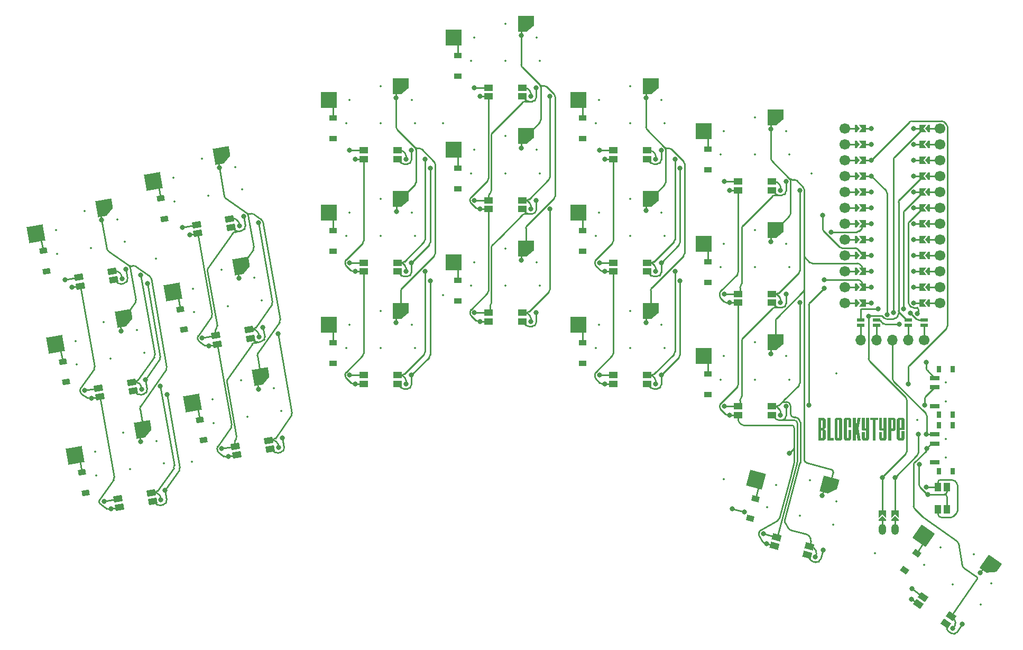
<source format=gtl>
%TF.GenerationSoftware,KiCad,Pcbnew,8.0.5*%
%TF.CreationDate,2024-10-13T17:07:22+02:00*%
%TF.ProjectId,BlockyTypeV0.2.3-rounded,426c6f63-6b79-4547-9970-6556302e322e,v1.0.0*%
%TF.SameCoordinates,Original*%
%TF.FileFunction,Copper,L1,Top*%
%TF.FilePolarity,Positive*%
%FSLAX46Y46*%
G04 Gerber Fmt 4.6, Leading zero omitted, Abs format (unit mm)*
G04 Created by KiCad (PCBNEW 8.0.5) date 2024-10-13 17:07:22*
%MOMM*%
%LPD*%
G01*
G04 APERTURE LIST*
G04 Aperture macros list*
%AMRotRect*
0 Rectangle, with rotation*
0 The origin of the aperture is its center*
0 $1 length*
0 $2 width*
0 $3 Rotation angle, in degrees counterclockwise*
0 Add horizontal line*
21,1,$1,$2,0,0,$3*%
%AMFreePoly0*
4,1,6,1.300000,-0.250000,0.050000,-1.300000,-1.300000,-1.300000,-1.300000,1.300000,1.300000,1.300000,1.300000,-0.250000,1.300000,-0.250000,$1*%
%AMFreePoly1*
4,1,6,0.600000,-1.000000,0.000000,-0.400000,-0.600000,-1.000000,-0.600000,0.250000,0.600000,0.250000,0.600000,-1.000000,0.600000,-1.000000,$1*%
%AMFreePoly2*
4,1,6,0.600000,-0.200000,0.600000,-0.400000,-0.600000,-0.400000,-0.600000,-0.200000,0.000000,0.400000,0.600000,-0.200000,0.600000,-0.200000,$1*%
%AMFreePoly3*
4,1,6,0.250000,0.000000,-0.250000,-0.625000,-0.500000,-0.625000,-0.500000,0.625000,-0.250000,0.625000,0.250000,0.000000,0.250000,0.000000,$1*%
%AMFreePoly4*
4,1,6,0.500000,-0.625000,-0.650000,-0.625000,-0.150000,0.000000,-0.650000,0.625000,0.500000,0.625000,0.500000,-0.625000,0.500000,-0.625000,$1*%
G04 Aperture macros list end*
%ADD10C,0.150000*%
%TA.AperFunction,NonConductor*%
%ADD11C,0.150000*%
%TD*%
%TA.AperFunction,SMDPad,CuDef*%
%ADD12RotRect,0.900000X1.200000X100.000000*%
%TD*%
%TA.AperFunction,SMDPad,CuDef*%
%ADD13R,1.200000X0.900000*%
%TD*%
%TA.AperFunction,ComponentPad*%
%ADD14O,1.700000X1.700000*%
%TD*%
%TA.AperFunction,ComponentPad*%
%ADD15C,1.700000*%
%TD*%
%TA.AperFunction,SMDPad,CuDef*%
%ADD16R,1.200000X0.600000*%
%TD*%
%TA.AperFunction,ConnectorPad*%
%ADD17FreePoly0,0.000000*%
%TD*%
%TA.AperFunction,SMDPad,CuDef*%
%ADD18R,2.600000X2.600000*%
%TD*%
%TA.AperFunction,SMDPad,CuDef*%
%ADD19FreePoly1,0.000000*%
%TD*%
%TA.AperFunction,ComponentPad*%
%ADD20O,1.200000X1.750000*%
%TD*%
%TA.AperFunction,SMDPad,CuDef*%
%ADD21FreePoly2,0.000000*%
%TD*%
%TA.AperFunction,SMDPad,CuDef*%
%ADD22R,0.800000X1.000000*%
%TD*%
%TA.AperFunction,SMDPad,CuDef*%
%ADD23R,1.500000X0.700000*%
%TD*%
%TA.AperFunction,ConnectorPad*%
%ADD24FreePoly0,345.000000*%
%TD*%
%TA.AperFunction,SMDPad,CuDef*%
%ADD25RotRect,2.600000X2.600000X345.000000*%
%TD*%
%TA.AperFunction,ConnectorPad*%
%ADD26FreePoly0,10.000000*%
%TD*%
%TA.AperFunction,SMDPad,CuDef*%
%ADD27RotRect,2.600000X2.600000X10.000000*%
%TD*%
%TA.AperFunction,SMDPad,CuDef*%
%ADD28RotRect,0.900000X1.200000X55.000000*%
%TD*%
%TA.AperFunction,ConnectorPad*%
%ADD29FreePoly0,325.000000*%
%TD*%
%TA.AperFunction,SMDPad,CuDef*%
%ADD30RotRect,2.600000X2.600000X325.000000*%
%TD*%
%TA.AperFunction,SMDPad,CuDef*%
%ADD31FreePoly3,180.000000*%
%TD*%
%TA.AperFunction,SMDPad,CuDef*%
%ADD32FreePoly3,0.000000*%
%TD*%
%TA.AperFunction,ComponentPad*%
%ADD33C,0.800000*%
%TD*%
%TA.AperFunction,SMDPad,CuDef*%
%ADD34FreePoly4,180.000000*%
%TD*%
%TA.AperFunction,SMDPad,CuDef*%
%ADD35FreePoly4,0.000000*%
%TD*%
%TA.AperFunction,SMDPad,CuDef*%
%ADD36R,1.050000X1.400000*%
%TD*%
%TA.AperFunction,SMDPad,CuDef*%
%ADD37RotRect,0.900000X1.200000X75.000000*%
%TD*%
%TA.AperFunction,SMDPad,CuDef*%
%ADD38RotRect,1.400000X1.000000X10.000000*%
%TD*%
%TA.AperFunction,SMDPad,CuDef*%
%ADD39R,1.400000X1.000000*%
%TD*%
%TA.AperFunction,SMDPad,CuDef*%
%ADD40RotRect,1.400000X1.000000X345.000000*%
%TD*%
%TA.AperFunction,SMDPad,CuDef*%
%ADD41RotRect,1.400000X1.000000X325.000000*%
%TD*%
%TA.AperFunction,ViaPad*%
%ADD42C,0.800000*%
%TD*%
%TA.AperFunction,Conductor*%
%ADD43C,0.250000*%
%TD*%
%ADD44C,0.350000*%
G04 APERTURE END LIST*
D10*
D11*
G36*
X101786910Y20590129D02*
G01*
X101786910Y19439013D01*
X101556931Y19121008D01*
X101799269Y18802271D01*
X101799269Y17641629D01*
X101561229Y17314833D01*
X100557489Y17314833D01*
X100557489Y17695851D01*
X101056673Y17695851D01*
X101299548Y17695851D01*
X101299548Y18909250D01*
X101056673Y18909250D01*
X101056673Y17695851D01*
X100557489Y17695851D01*
X100557489Y19284407D01*
X101056673Y19284407D01*
X101299548Y19284407D01*
X101299548Y20540304D01*
X101056673Y20540304D01*
X101056673Y19284407D01*
X100557489Y19284407D01*
X100557489Y20925719D01*
X101549408Y20925719D01*
X101786910Y20590129D01*
G37*
G36*
X103076512Y17689990D02*
G01*
X102509624Y17689990D01*
X102509624Y20925719D01*
X102010441Y20925719D01*
X102010441Y17306772D01*
X103076512Y17306772D01*
X103076512Y17689990D01*
G37*
G36*
X104430057Y20628964D02*
G01*
X104430057Y17561029D01*
X104250587Y17314833D01*
X103367747Y17314833D01*
X103188278Y17561029D01*
X103188278Y17699515D01*
X103687461Y17699515D01*
X103930336Y17699515D01*
X103930336Y20550562D01*
X103687461Y20550562D01*
X103687461Y17699515D01*
X103188278Y17699515D01*
X103188278Y20628964D01*
X103366673Y20925719D01*
X104251662Y20925719D01*
X104430057Y20628964D01*
G37*
G36*
X105886233Y18956144D02*
G01*
X105386512Y18956144D01*
X105386512Y17689990D01*
X105143637Y17689990D01*
X105143637Y20550562D01*
X105386512Y20550562D01*
X105386512Y19425091D01*
X105886233Y19425091D01*
X105886233Y20630429D01*
X105685270Y20925719D01*
X104841655Y20925719D01*
X104641229Y20630429D01*
X104641229Y17583011D01*
X104842192Y17314833D01*
X105684733Y17314833D01*
X105886233Y17583011D01*
X105886233Y18956144D01*
G37*
G36*
X107039890Y19189152D02*
G01*
X107411725Y20925719D01*
X106882451Y20925719D01*
X106578319Y19236047D01*
X106595514Y20925719D01*
X106096331Y20925719D01*
X106096331Y17314833D01*
X106595514Y17314833D01*
X106578319Y19113681D01*
X106882451Y17314833D01*
X107411188Y17314833D01*
X107039890Y19189152D01*
G37*
G36*
X108756673Y20925719D02*
G01*
X108256952Y20925719D01*
X108256952Y19237512D01*
X108014077Y19237512D01*
X108014077Y20925719D01*
X107514893Y20925719D01*
X107514893Y19082174D01*
X107707259Y18862355D01*
X108256952Y18862355D01*
X108256952Y17689990D01*
X108014077Y17689990D01*
X108014077Y18674777D01*
X107514893Y18674777D01*
X107514893Y17591071D01*
X107719080Y17314833D01*
X108546038Y17314833D01*
X108756673Y17590338D01*
X108756673Y20925719D01*
G37*
G36*
X110184907Y20925719D02*
G01*
X108872199Y20925719D01*
X108872199Y20550562D01*
X109282185Y20550562D01*
X109282185Y17314833D01*
X109781369Y17314833D01*
X109781369Y20550562D01*
X110184907Y20550562D01*
X110184907Y20925719D01*
G37*
G36*
X111542213Y20925719D02*
G01*
X111042493Y20925719D01*
X111042493Y19237512D01*
X110799617Y19237512D01*
X110799617Y20925719D01*
X110300434Y20925719D01*
X110300434Y19082174D01*
X110492800Y18862355D01*
X111042493Y18862355D01*
X111042493Y17689990D01*
X110799617Y17689990D01*
X110799617Y18674777D01*
X110300434Y18674777D01*
X110300434Y17591071D01*
X110504621Y17314833D01*
X111331578Y17314833D01*
X111542213Y17590338D01*
X111542213Y20925719D01*
G37*
G36*
X112995165Y20657540D02*
G01*
X112995165Y19090966D01*
X112790978Y18815461D01*
X112252569Y18815461D01*
X112252569Y17314833D01*
X111753386Y17314833D01*
X111753386Y19205272D01*
X112252569Y19205272D01*
X112495444Y19205272D01*
X112495444Y20550562D01*
X112252569Y20550562D01*
X112252569Y19205272D01*
X111753386Y19205272D01*
X111753386Y20925719D01*
X112790978Y20925719D01*
X112995165Y20657540D01*
G37*
G36*
X114413728Y20630429D02*
G01*
X114413728Y18956144D01*
X113671132Y18956144D01*
X113671132Y17689990D01*
X113914007Y17689990D01*
X113914007Y18815461D01*
X114413728Y18815461D01*
X114413728Y17591071D01*
X114206317Y17314833D01*
X113388494Y17314833D01*
X113171948Y17590338D01*
X113171948Y19347421D01*
X113671132Y19347421D01*
X113914007Y19347421D01*
X113914007Y20550562D01*
X113671132Y20550562D01*
X113671132Y19347421D01*
X113171948Y19347421D01*
X113171948Y20630429D01*
X113388494Y20925719D01*
X114206854Y20925719D01*
X114413728Y20630429D01*
G37*
D12*
%TO.P,D4,1*%
%TO.N,P6*%
X2095807Y17337552D03*
%TO.P,D4,2*%
%TO.N,pinky_down*%
X1522771Y20587418D03*
%TD*%
D13*
%TO.P,D15,1*%
%TO.N,P4*%
X62868129Y65609835D03*
%TO.P,D15,2*%
%TO.N,index_up*%
X62868133Y68909835D03*
%TD*%
D14*
%TO.P,DISP1,1*%
%TO.N,DISP1_1*%
X107388133Y33359830D03*
%TO.P,DISP1,2*%
%TO.N,DISP1_2*%
X109928133Y33359830D03*
%TO.P,DISP1,3*%
%TO.N,VCC*%
X112468141Y33359828D03*
%TO.P,DISP1,4*%
%TO.N,DISP1_4*%
X115008133Y33359830D03*
D15*
%TO.P,DISP1,5*%
%TO.N,DISP1_5*%
X117548136Y33359834D03*
D16*
%TO.P,DISP1,10*%
%TO.N,DISP1_1*%
X107388132Y35709829D03*
%TO.P,DISP1,11*%
%TO.N,DISP1_2*%
X109928133Y35709830D03*
%TO.P,DISP1,12*%
%TO.N,DISP1_4*%
X115008130Y35709829D03*
%TO.P,DISP1,13*%
%TO.N,DISP1_5*%
X117548133Y35709830D03*
%TO.P,DISP1,14*%
%TO.N,P2*%
X107388133Y36609830D03*
%TO.P,DISP1,15*%
%TO.N,P3*%
X109928133Y36609830D03*
%TO.P,DISP1,16*%
%TO.N,GND*%
X115008133Y36609830D03*
%TO.P,DISP1,17*%
%TO.N,P1*%
X117548133Y36609830D03*
%TD*%
D17*
%TO.P,S16,1*%
%TO.N,P14*%
X93743128Y33009830D03*
D18*
%TO.P,S16,2*%
%TO.N,inner_down*%
X82193128Y30809830D03*
%TD*%
D13*
%TO.P,D13,1*%
%TO.N,P6*%
X62868131Y29609829D03*
%TO.P,D13,2*%
%TO.N,index_down*%
X62868135Y32909829D03*
%TD*%
%TO.P,D10,1*%
%TO.N,P6*%
X42868137Y39609834D03*
%TO.P,D10,2*%
%TO.N,middle_down*%
X42868141Y42909834D03*
%TD*%
%TO.P,D18,1*%
%TO.N,P4*%
X82868134Y60609838D03*
%TO.P,D18,2*%
%TO.N,inner_up*%
X82868138Y63909838D03*
%TD*%
D17*
%TO.P,S7,1*%
%TO.N,P18*%
X33743136Y38009845D03*
D18*
%TO.P,S7,2*%
%TO.N,ring_down*%
X22193136Y35809845D03*
%TD*%
D17*
%TO.P,S18,1*%
%TO.N,P14*%
X93743133Y69009834D03*
D18*
%TO.P,S18,2*%
%TO.N,inner_up*%
X82193133Y66809834D03*
%TD*%
D12*
%TO.P,D2,1*%
%TO.N,P5*%
X-19857772Y26667089D03*
%TO.P,D2,2*%
%TO.N,outer_home*%
X-20430808Y29916955D03*
%TD*%
D13*
%TO.P,D17,1*%
%TO.N,P5*%
X82868127Y42609831D03*
%TO.P,D17,2*%
%TO.N,inner_home*%
X82868131Y45909831D03*
%TD*%
%TO.P,D16,1*%
%TO.N,P6*%
X82868126Y24609845D03*
%TO.P,D16,2*%
%TO.N,inner_down*%
X82868130Y27909845D03*
%TD*%
D17*
%TO.P,S15,1*%
%TO.N,P15*%
X73743136Y74009843D03*
D18*
%TO.P,S15,2*%
%TO.N,index_up*%
X62193136Y71809843D03*
%TD*%
D12*
%TO.P,D5,1*%
%TO.N,P5*%
X-1029856Y35064098D03*
%TO.P,D5,2*%
%TO.N,pinky_home*%
X-1602892Y38313964D03*
%TD*%
D19*
%TO.P,JST1,1*%
%TO.N,BAT_P*%
X112868137Y5875843D03*
%TO.P,JST1,2*%
%TO.N,GND*%
X110868137Y5875843D03*
D20*
%TO.P,JST1,11*%
%TO.N,JST1_1*%
X112868136Y3059839D03*
%TO.P,JST1,12*%
%TO.N,JST1_2*%
X110868138Y3059847D03*
D21*
%TO.P,JST1,21*%
%TO.N,JST1_1*%
X112868136Y4859841D03*
%TO.P,JST1,22*%
%TO.N,JST1_2*%
X110868137Y4859843D03*
%TD*%
D22*
%TO.P,SW3,*%
%TO.N,*%
X119883131Y28709832D03*
X119883131Y21409830D03*
X122093128Y21409831D03*
X122093131Y28709830D03*
D23*
%TO.P,SW3,1*%
%TO.N,N/C*%
X119233131Y22809830D03*
%TO.P,SW3,2*%
%TO.N,BAT_P*%
X119233131Y25809830D03*
%TO.P,SW3,3*%
%TO.N,RAW*%
X119233128Y27309826D03*
%TD*%
D17*
%TO.P,S14,1*%
%TO.N,P15*%
X73743131Y56009836D03*
D18*
%TO.P,S14,2*%
%TO.N,index_home*%
X62193131Y53809836D03*
%TD*%
D12*
%TO.P,D1,1*%
%TO.N,P6*%
X-16732108Y8940543D03*
%TO.P,D1,2*%
%TO.N,outer_down*%
X-17305144Y12190409D03*
%TD*%
D24*
%TO.P,S19,1*%
%TO.N,P14*%
X102371663Y10117982D03*
D25*
%TO.P,S19,2*%
%TO.N,home_home*%
X90645818Y10982305D03*
%TD*%
D12*
%TO.P,D6,1*%
%TO.N,P4*%
X-4155531Y52790630D03*
%TO.P,D6,2*%
%TO.N,pinky_up*%
X-4728567Y56040496D03*
%TD*%
D13*
%TO.P,D12,1*%
%TO.N,P4*%
X42868135Y75609838D03*
%TO.P,D12,2*%
%TO.N,middle_up*%
X42868139Y78909838D03*
%TD*%
D17*
%TO.P,S11,1*%
%TO.N,P19*%
X53743124Y66009836D03*
D18*
%TO.P,S11,2*%
%TO.N,middle_home*%
X42193124Y63809836D03*
%TD*%
D17*
%TO.P,S12,1*%
%TO.N,P19*%
X53743137Y84009839D03*
D18*
%TO.P,S12,2*%
%TO.N,middle_up*%
X42193137Y81809839D03*
%TD*%
D26*
%TO.P,S6,1*%
%TO.N,P21*%
X5095611Y62951433D03*
D27*
%TO.P,S6,2*%
%TO.N,pinky_up*%
X-5896893Y58779219D03*
%TD*%
D26*
%TO.P,S2,1*%
%TO.N,P20*%
X-10606628Y36827896D03*
D27*
%TO.P,S2,2*%
%TO.N,outer_home*%
X-21599132Y32655682D03*
%TD*%
D28*
%TO.P,D20,1*%
%TO.N,P7*%
X114433637Y-3422306D03*
%TO.P,D20,2*%
%TO.N,innermost_home*%
X116326439Y-719108D03*
%TD*%
D26*
%TO.P,S5,1*%
%TO.N,P21*%
X8221280Y45224891D03*
D27*
%TO.P,S5,2*%
%TO.N,pinky_home*%
X-2771224Y41052677D03*
%TD*%
D13*
%TO.P,D14,1*%
%TO.N,P5*%
X62868128Y47609836D03*
%TO.P,D14,2*%
%TO.N,index_home*%
X62868132Y50909836D03*
%TD*%
D29*
%TO.P,S20,1*%
%TO.N,P16*%
X128159954Y-2779069D03*
D30*
%TO.P,S20,2*%
%TO.N,innermost_home*%
X117436881Y2043604D03*
%TD*%
D22*
%TO.P,SW1,*%
%TO.N,*%
X119883133Y19709848D03*
X119883133Y12409846D03*
X122093130Y12409847D03*
X122093133Y19709846D03*
D23*
%TO.P,SW1,1*%
%TO.N,N/C*%
X119233133Y13809846D03*
%TO.P,SW1,2*%
%TO.N,VCC_LED*%
X119233133Y16809846D03*
%TO.P,SW1,3*%
%TO.N,VCC*%
X119233130Y18309842D03*
%TD*%
D17*
%TO.P,S9,1*%
%TO.N,P18*%
X33743136Y74009841D03*
D18*
%TO.P,S9,2*%
%TO.N,ring_up*%
X22193136Y71809841D03*
%TD*%
D12*
%TO.P,D3,1*%
%TO.N,P4*%
X-22983445Y44393626D03*
%TO.P,D3,2*%
%TO.N,outer_up*%
X-23556481Y47643492D03*
%TD*%
D13*
%TO.P,D8,1*%
%TO.N,P5*%
X22868133Y47609828D03*
%TO.P,D8,2*%
%TO.N,ring_home*%
X22868137Y50909828D03*
%TD*%
D31*
%TO.P,MCU1,1*%
%TO.N,MCU1_1*%
X117968129Y67259841D03*
D15*
X120088133Y67259842D03*
D31*
%TO.P,MCU1,2*%
%TO.N,MCU1_2*%
X117968136Y64719846D03*
D15*
X120088133Y64719842D03*
D31*
%TO.P,MCU1,3*%
%TO.N,MCU1_3*%
X117968133Y62179842D03*
D15*
X120088131Y62179837D03*
D31*
%TO.P,MCU1,4*%
%TO.N,MCU1_4*%
X117968133Y59639842D03*
D15*
X120088133Y59639842D03*
D31*
%TO.P,MCU1,5*%
%TO.N,MCU1_5*%
X117968135Y57099842D03*
D15*
X120088133Y57099842D03*
D31*
%TO.P,MCU1,6*%
%TO.N,MCU1_6*%
X117968133Y54559842D03*
D15*
X120088133Y54559842D03*
D31*
%TO.P,MCU1,7*%
%TO.N,MCU1_7*%
X117968133Y52019842D03*
D15*
X120088128Y52019844D03*
D31*
%TO.P,MCU1,8*%
%TO.N,MCU1_8*%
X117968133Y49479842D03*
D15*
X120088133Y49479842D03*
D31*
%TO.P,MCU1,9*%
%TO.N,MCU1_9*%
X117968133Y46939842D03*
D15*
X120088128Y46939844D03*
D31*
%TO.P,MCU1,10*%
%TO.N,MCU1_10*%
X117968133Y44399842D03*
D15*
X120088133Y44399843D03*
D31*
%TO.P,MCU1,11*%
%TO.N,MCU1_11*%
X117968133Y41859842D03*
D15*
X120088130Y41859840D03*
D31*
%TO.P,MCU1,12*%
%TO.N,MCU1_12*%
X117968131Y39319842D03*
D15*
X120088133Y39319842D03*
%TO.P,MCU1,13*%
%TO.N,MCU1_13*%
X104848133Y39319842D03*
D32*
X106968133Y39319842D03*
D15*
%TO.P,MCU1,14*%
%TO.N,MCU1_14*%
X104848133Y41859842D03*
D32*
X106968137Y41859843D03*
D15*
%TO.P,MCU1,15*%
%TO.N,MCU1_15*%
X104848133Y44399842D03*
D32*
X106968130Y44399838D03*
D15*
%TO.P,MCU1,16*%
%TO.N,MCU1_16*%
X104848135Y46939847D03*
D32*
X106968133Y46939842D03*
D15*
%TO.P,MCU1,17*%
%TO.N,MCU1_17*%
X104848133Y49479842D03*
D32*
X106968133Y49479842D03*
D15*
%TO.P,MCU1,18*%
%TO.N,MCU1_18*%
X104848133Y52019842D03*
D32*
X106968131Y52019842D03*
D15*
%TO.P,MCU1,19*%
%TO.N,MCU1_19*%
X104848133Y54559842D03*
D32*
X106968133Y54559842D03*
D15*
%TO.P,MCU1,20*%
%TO.N,MCU1_20*%
X104848138Y57099840D03*
D32*
X106968133Y57099842D03*
D15*
%TO.P,MCU1,21*%
%TO.N,MCU1_21*%
X104848133Y59639842D03*
D32*
X106968133Y59639842D03*
D15*
%TO.P,MCU1,22*%
%TO.N,MCU1_22*%
X104848138Y62179840D03*
D32*
X106968133Y62179842D03*
D15*
%TO.P,MCU1,23*%
%TO.N,MCU1_23*%
X104848133Y64719841D03*
D32*
X106968133Y64719842D03*
D15*
%TO.P,MCU1,24*%
%TO.N,MCU1_24*%
X104848136Y67259844D03*
D32*
X106968133Y67259842D03*
D33*
%TO.P,MCU1,101*%
%TO.N,P1*%
X115868133Y67259842D03*
D34*
X117243133Y67259842D03*
D33*
%TO.P,MCU1,102*%
%TO.N,P0*%
X115868134Y64719842D03*
D34*
X117243133Y64719842D03*
D33*
%TO.P,MCU1,103*%
%TO.N,GND*%
X115868133Y62179842D03*
D34*
X117243133Y62179842D03*
D33*
%TO.P,MCU1,104*%
X115868133Y59639842D03*
D34*
X117243136Y59639842D03*
D33*
%TO.P,MCU1,105*%
%TO.N,P2*%
X115868129Y57099844D03*
D34*
X117243133Y57099842D03*
D33*
%TO.P,MCU1,106*%
%TO.N,P3*%
X115868138Y54559841D03*
D34*
X117243133Y54559842D03*
D33*
%TO.P,MCU1,107*%
%TO.N,P4*%
X115868133Y52019842D03*
D34*
X117243133Y52019842D03*
D33*
%TO.P,MCU1,108*%
%TO.N,P5*%
X115868132Y49479844D03*
D34*
X117243136Y49479842D03*
D33*
%TO.P,MCU1,109*%
%TO.N,P6*%
X115868133Y46939842D03*
D34*
X117243133Y46939842D03*
D33*
%TO.P,MCU1,110*%
%TO.N,P7*%
X115868126Y44399843D03*
D34*
X117243133Y44399842D03*
D33*
%TO.P,MCU1,111*%
%TO.N,P8*%
X115868134Y41859845D03*
D34*
X117243133Y41859842D03*
D33*
%TO.P,MCU1,112*%
%TO.N,P9*%
X115868131Y39319842D03*
D34*
X117243133Y39319842D03*
D35*
%TO.P,MCU1,113*%
%TO.N,P10*%
X107693134Y39319841D03*
D33*
X109068135Y39319842D03*
D35*
%TO.P,MCU1,114*%
%TO.N,P16*%
X107693133Y41859842D03*
D33*
X109068133Y41859842D03*
D35*
%TO.P,MCU1,115*%
%TO.N,P14*%
X107693133Y44399842D03*
D33*
X109068132Y44399842D03*
D35*
%TO.P,MCU1,116*%
%TO.N,P15*%
X107693133Y46939842D03*
D33*
X109068133Y46939842D03*
D35*
%TO.P,MCU1,117*%
%TO.N,P18*%
X107693130Y49479842D03*
D33*
X109068133Y49479842D03*
D35*
%TO.P,MCU1,118*%
%TO.N,P19*%
X107693133Y52019842D03*
D33*
X109068137Y52019840D03*
D35*
%TO.P,MCU1,119*%
%TO.N,P20*%
X107693133Y54559842D03*
D33*
X109068128Y54559843D03*
D35*
%TO.P,MCU1,120*%
%TO.N,P21*%
X107693133Y57099842D03*
D33*
X109068133Y57099842D03*
D35*
%TO.P,MCU1,121*%
%TO.N,VCC*%
X107693130Y59639842D03*
D33*
X109068134Y59639840D03*
D35*
%TO.P,MCU1,122*%
%TO.N,RST*%
X107693133Y62179842D03*
D33*
X109068133Y62179842D03*
D35*
%TO.P,MCU1,123*%
%TO.N,GND*%
X107693133Y64719842D03*
D33*
X109068140Y64719841D03*
D35*
%TO.P,MCU1,124*%
%TO.N,RAW*%
X107693133Y67259842D03*
D33*
X109068132Y67259839D03*
%TD*%
D26*
%TO.P,S1,1*%
%TO.N,P20*%
X-7480959Y19101358D03*
D27*
%TO.P,S1,2*%
%TO.N,outer_down*%
X-18473463Y14929144D03*
%TD*%
D26*
%TO.P,S3,1*%
%TO.N,P20*%
X-13732301Y54554441D03*
D27*
%TO.P,S3,2*%
%TO.N,outer_up*%
X-24724805Y50382227D03*
%TD*%
D13*
%TO.P,D11,1*%
%TO.N,P5*%
X42868128Y57609829D03*
%TO.P,D11,2*%
%TO.N,middle_home*%
X42868132Y60909829D03*
%TD*%
D17*
%TO.P,S8,1*%
%TO.N,P18*%
X33743128Y56009836D03*
D18*
%TO.P,S8,2*%
%TO.N,ring_home*%
X22193128Y53809836D03*
%TD*%
D36*
%TO.P,SW2,1*%
%TO.N,GND*%
X119748131Y9859828D03*
X119748131Y6259828D03*
%TO.P,SW2,2*%
%TO.N,RST*%
X121188135Y9859828D03*
X121188135Y6259828D03*
%TD*%
D17*
%TO.P,S10,1*%
%TO.N,P19*%
X53743136Y48009854D03*
D18*
%TO.P,S10,2*%
%TO.N,middle_down*%
X42193136Y45809854D03*
%TD*%
D37*
%TO.P,D19,1*%
%TO.N,P7*%
X89693145Y4818858D03*
%TO.P,D19,2*%
%TO.N,home_home*%
X90547245Y8006414D03*
%TD*%
D17*
%TO.P,S13,1*%
%TO.N,P15*%
X73743136Y38009839D03*
D18*
%TO.P,S13,2*%
%TO.N,index_down*%
X62193136Y35809839D03*
%TD*%
D17*
%TO.P,S17,1*%
%TO.N,P14*%
X93743138Y51009833D03*
D18*
%TO.P,S17,2*%
%TO.N,inner_home*%
X82193138Y48809833D03*
%TD*%
D26*
%TO.P,S4,1*%
%TO.N,P21*%
X11346939Y27498361D03*
D27*
%TO.P,S4,2*%
%TO.N,pinky_down*%
X354435Y23326147D03*
%TD*%
D13*
%TO.P,D9,1*%
%TO.N,P4*%
X22868122Y65609842D03*
%TO.P,D9,2*%
%TO.N,ring_up*%
X22868126Y68909842D03*
%TD*%
%TO.P,D7,1*%
%TO.N,P6*%
X22868124Y29609834D03*
%TO.P,D7,2*%
%TO.N,ring_down*%
X22868128Y32909834D03*
%TD*%
D38*
%TO.P,LED1,1*%
%TO.N,VCC_LED*%
X-6267333Y8907224D03*
%TO.P,LED1,2*%
%TO.N,led_20*%
X-6024225Y7528493D03*
%TO.P,LED1,3*%
%TO.N,GND*%
X-11342187Y6590792D03*
%TO.P,LED1,4*%
%TO.N,led_x*%
X-11585295Y7969523D03*
%TD*%
%TO.P,LED3,1*%
%TO.N,VCC_LED*%
X-12518675Y44360308D03*
%TO.P,LED3,2*%
%TO.N,led_18*%
X-12275567Y42981577D03*
%TO.P,LED3,3*%
%TO.N,GND*%
X-17593529Y42043876D03*
%TO.P,LED3,4*%
%TO.N,led_19*%
X-17836637Y43422607D03*
%TD*%
D39*
%TO.P,LED8,1*%
%TO.N,VCC_LED*%
X33168138Y45759829D03*
%TO.P,LED8,2*%
%TO.N,led_13*%
X33168138Y44359829D03*
%TO.P,LED8,3*%
%TO.N,GND*%
X27768138Y44359829D03*
%TO.P,LED8,4*%
%TO.N,led_14*%
X27768138Y45759829D03*
%TD*%
%TO.P,LED14,1*%
%TO.N,VCC_LED*%
X73168137Y45759834D03*
%TO.P,LED14,2*%
%TO.N,led_7*%
X73168137Y44359834D03*
%TO.P,LED14,3*%
%TO.N,GND*%
X67768137Y44359834D03*
%TO.P,LED14,4*%
%TO.N,led_8*%
X67768137Y45759834D03*
%TD*%
%TO.P,LED16,1*%
%TO.N,VCC_LED*%
X93168127Y22759842D03*
%TO.P,LED16,2*%
%TO.N,led_3*%
X93168127Y21359842D03*
%TO.P,LED16,3*%
%TO.N,GND*%
X87768127Y21359842D03*
%TO.P,LED16,4*%
%TO.N,led_4*%
X87768127Y22759842D03*
%TD*%
%TO.P,LED12,1*%
%TO.N,VCC_LED*%
X53168127Y73759844D03*
%TO.P,LED12,2*%
%TO.N,led_11*%
X53168127Y72359844D03*
%TO.P,LED12,3*%
%TO.N,GND*%
X47768127Y72359844D03*
%TO.P,LED12,4*%
%TO.N,led_12*%
X47768127Y73759844D03*
%TD*%
%TO.P,LED15,1*%
%TO.N,VCC_LED*%
X73168137Y63759838D03*
%TO.P,LED15,2*%
%TO.N,led_6*%
X73168137Y62359838D03*
%TO.P,LED15,3*%
%TO.N,GND*%
X67768137Y62359838D03*
%TO.P,LED15,4*%
%TO.N,led_7*%
X67768137Y63759838D03*
%TD*%
D40*
%TO.P,LED19,1*%
%TO.N,VCC_LED*%
X99163364Y366060D03*
%TO.P,LED19,2*%
%TO.N,led_2*%
X98801017Y-986237D03*
%TO.P,LED19,3*%
%TO.N,GND*%
X93585018Y411386D03*
%TO.P,LED19,4*%
%TO.N,led_3*%
X93947365Y1763683D03*
%TD*%
D39*
%TO.P,LED10,1*%
%TO.N,VCC_LED*%
X53168132Y37759837D03*
%TO.P,LED10,2*%
%TO.N,led_9*%
X53168132Y36359837D03*
%TO.P,LED10,3*%
%TO.N,GND*%
X47768132Y36359837D03*
%TO.P,LED10,4*%
%TO.N,led_10*%
X47768132Y37759837D03*
%TD*%
%TO.P,LED9,1*%
%TO.N,VCC_LED*%
X33168136Y63759840D03*
%TO.P,LED9,2*%
%TO.N,led_12*%
X33168136Y62359840D03*
%TO.P,LED9,3*%
%TO.N,GND*%
X27768136Y62359840D03*
%TO.P,LED9,4*%
%TO.N,led_13*%
X27768136Y63759840D03*
%TD*%
D41*
%TO.P,LED20,1*%
%TO.N,VCC_LED*%
X121809783Y-10845571D03*
%TO.P,LED20,2*%
%TO.N,P0*%
X121006776Y-11992384D03*
%TO.P,LED20,3*%
%TO.N,GND*%
X116583355Y-8895071D03*
%TO.P,LED20,4*%
%TO.N,led_2*%
X117386362Y-7748258D03*
%TD*%
D38*
%TO.P,LED5,1*%
%TO.N,VCC_LED*%
X9434913Y35030770D03*
%TO.P,LED5,2*%
%TO.N,led_16*%
X9678021Y33652039D03*
%TO.P,LED5,3*%
%TO.N,GND*%
X4360059Y32714338D03*
%TO.P,LED5,4*%
%TO.N,led_17*%
X4116951Y34093069D03*
%TD*%
%TO.P,LED6,1*%
%TO.N,VCC_LED*%
X6309256Y52757318D03*
%TO.P,LED6,2*%
%TO.N,led_17*%
X6552364Y51378587D03*
%TO.P,LED6,3*%
%TO.N,GND*%
X1234402Y50440886D03*
%TO.P,LED6,4*%
%TO.N,led_18*%
X991294Y51819617D03*
%TD*%
D39*
%TO.P,LED7,1*%
%TO.N,VCC_LED*%
X33168149Y27759831D03*
%TO.P,LED7,2*%
%TO.N,led_14*%
X33168149Y26359831D03*
%TO.P,LED7,3*%
%TO.N,GND*%
X27768149Y26359831D03*
%TO.P,LED7,4*%
%TO.N,led_15*%
X27768149Y27759831D03*
%TD*%
%TO.P,LED11,1*%
%TO.N,VCC_LED*%
X53168138Y55759832D03*
%TO.P,LED11,2*%
%TO.N,led_10*%
X53168138Y54359832D03*
%TO.P,LED11,3*%
%TO.N,GND*%
X47768138Y54359832D03*
%TO.P,LED11,4*%
%TO.N,led_11*%
X47768138Y55759832D03*
%TD*%
D38*
%TO.P,LED2,1*%
%TO.N,VCC_LED*%
X-9393011Y26633784D03*
%TO.P,LED2,2*%
%TO.N,led_19*%
X-9149903Y25255053D03*
%TO.P,LED2,3*%
%TO.N,GND*%
X-14467865Y24317352D03*
%TO.P,LED2,4*%
%TO.N,led_20*%
X-14710973Y25696083D03*
%TD*%
D39*
%TO.P,LED13,1*%
%TO.N,VCC_LED*%
X73168130Y27759834D03*
%TO.P,LED13,2*%
%TO.N,led_8*%
X73168130Y26359834D03*
%TO.P,LED13,3*%
%TO.N,GND*%
X67768130Y26359834D03*
%TO.P,LED13,4*%
%TO.N,led_9*%
X67768130Y27759834D03*
%TD*%
%TO.P,LED17,1*%
%TO.N,VCC_LED*%
X93168143Y40759840D03*
%TO.P,LED17,2*%
%TO.N,led_4*%
X93168143Y39359840D03*
%TO.P,LED17,3*%
%TO.N,GND*%
X87768143Y39359840D03*
%TO.P,LED17,4*%
%TO.N,led_5*%
X87768143Y40759840D03*
%TD*%
D38*
%TO.P,LED4,1*%
%TO.N,VCC_LED*%
X12560573Y17304232D03*
%TO.P,LED4,2*%
%TO.N,led_15*%
X12803681Y15925501D03*
%TO.P,LED4,3*%
%TO.N,GND*%
X7485719Y14987800D03*
%TO.P,LED4,4*%
%TO.N,led_16*%
X7242611Y16366531D03*
%TD*%
D39*
%TO.P,LED18,1*%
%TO.N,VCC_LED*%
X93168139Y58759837D03*
%TO.P,LED18,2*%
%TO.N,led_5*%
X93168139Y57359837D03*
%TO.P,LED18,3*%
%TO.N,GND*%
X87768139Y57359837D03*
%TO.P,LED18,4*%
%TO.N,led_6*%
X87768139Y58759837D03*
%TD*%
D42*
%TO.N,P20*%
X-7922380Y17119602D03*
X-11048058Y34846136D03*
X-14173725Y52572671D03*
%TO.N,outer_down*%
X-17305149Y12190411D03*
%TO.N,outer_home*%
X-20430817Y29916946D03*
%TO.N,outer_up*%
X-23556471Y47643502D03*
%TO.N,P21*%
X7779857Y43243146D03*
X4654179Y60969680D03*
X10905531Y25516606D03*
%TO.N,pinky_down*%
X1522768Y20587418D03*
%TO.N,pinky_home*%
X-1602892Y38313948D03*
%TO.N,pinky_up*%
X-4728558Y56040491D03*
%TO.N,P18*%
X33026996Y53973053D03*
X32988776Y72134841D03*
X32988776Y36134833D03*
%TO.N,ring_down*%
X22868126Y32909838D03*
%TO.N,ring_home*%
X22868123Y50909838D03*
%TO.N,ring_up*%
X22868140Y68909837D03*
%TO.N,P19*%
X52988780Y46134850D03*
X52988776Y82134828D03*
X102626989Y50673054D03*
X52988773Y64134833D03*
%TO.N,middle_down*%
X42868138Y42909839D03*
%TO.N,middle_home*%
X42868139Y60909834D03*
%TO.N,middle_up*%
X42868135Y78909840D03*
%TO.N,P15*%
X101300250Y53383516D03*
X72988787Y54134828D03*
X72988772Y72134837D03*
X72988777Y36134837D03*
%TO.N,index_down*%
X62868116Y32909836D03*
%TO.N,index_home*%
X62868141Y50909843D03*
%TO.N,index_up*%
X62868140Y68909839D03*
%TO.N,P14*%
X101212468Y8473893D03*
X92988779Y31134846D03*
X92988778Y67134831D03*
X92988772Y49134843D03*
%TO.N,inner_down*%
X82868137Y27909835D03*
%TO.N,inner_home*%
X82868143Y45909823D03*
%TO.N,inner_up*%
X82868127Y63909834D03*
%TO.N,home_home*%
X90547240Y8006409D03*
%TO.N,P16*%
X88723533Y5882417D03*
X101530089Y43034841D03*
X86809717Y6395225D03*
X126474383Y-3887767D03*
%TO.N,innermost_home*%
X116326448Y-719097D03*
%TO.N,P6*%
X22868137Y29609834D03*
X-16732105Y8940542D03*
X2095805Y17337552D03*
X62868134Y29609837D03*
X42868140Y39609838D03*
X82868142Y24609838D03*
%TO.N,P5*%
X-1029850Y35064089D03*
X82868135Y42609829D03*
X22868134Y47609831D03*
X-19857768Y26667087D03*
X62868128Y47609828D03*
X42868132Y57609831D03*
%TO.N,P4*%
X62868131Y65609836D03*
X-4155529Y52790621D03*
X42868127Y75609836D03*
X22868131Y65609839D03*
X-22983426Y44393628D03*
X82868135Y60609837D03*
%TO.N,P7*%
X101570976Y41693149D03*
X89693149Y4818861D03*
X114433638Y-3422302D03*
X99063783Y22941828D03*
%TO.N,VCC_LED*%
X57613779Y72359830D03*
X97613772Y39359830D03*
X122120825Y-12772443D03*
X74528141Y26359841D03*
X-4684900Y7764670D03*
X7891690Y51614743D03*
X57613775Y54359844D03*
X54528132Y72359836D03*
X74528136Y44359844D03*
X11017360Y33888203D03*
X100114674Y-1338228D03*
X14143015Y16161665D03*
X77613773Y44359837D03*
X54528132Y54359833D03*
X-7810567Y25491202D03*
X10906337Y52146304D03*
X-4793396Y26026340D03*
X94528137Y21359834D03*
X94528134Y57359843D03*
X77613776Y62359834D03*
X117940034Y16004409D03*
X34528132Y26359839D03*
X74528133Y62359830D03*
X94528135Y39359837D03*
X34528140Y44359828D03*
X97613780Y57359833D03*
X37613780Y62359829D03*
X37613777Y44359840D03*
X-7921571Y43749307D03*
X34528132Y62359839D03*
X14032006Y34419767D03*
X54528132Y36359832D03*
X-10936228Y43217741D03*
%TO.N,led_20*%
X-4051524Y9297937D03*
X-3741765Y24669236D03*
X-16926788Y25305374D03*
%TO.N,GND*%
X86408140Y21359825D03*
X-12681520Y6354646D03*
X-15807198Y24081175D03*
X66408133Y26359836D03*
X46408132Y54359840D03*
X26408133Y62359838D03*
X3020711Y32478176D03*
X95937622Y15281789D03*
X117868776Y9859828D03*
X108626996Y37173064D03*
X46408137Y36359831D03*
X-18932871Y41807715D03*
X86408120Y39359841D03*
X110868142Y11377129D03*
X26408130Y26359839D03*
X26408135Y44359844D03*
X115469310Y-8115020D03*
X92271352Y763380D03*
X86408130Y57359827D03*
X46408145Y72359831D03*
X66408138Y62359835D03*
X-104949Y50204713D03*
X6146388Y14751641D03*
X66408138Y44359827D03*
%TO.N,led_x*%
X-13801115Y7578834D03*
%TO.N,led_19*%
X-6867434Y42395774D03*
X-20052450Y43031900D03*
X-7177181Y27024478D03*
%TO.N,led_18*%
X-10302848Y44751019D03*
X-1224540Y51428919D03*
%TO.N,led_15*%
X14776399Y17694934D03*
X25518146Y27759840D03*
%TO.N,led_16*%
X11650718Y35421471D03*
X5026805Y15975828D03*
%TO.N,led_17*%
X8525055Y53148011D03*
X1901135Y33702370D03*
%TO.N,led_14*%
X25518125Y45759838D03*
X38426996Y42883514D03*
X35418137Y27759836D03*
%TO.N,led_13*%
X25518134Y63759825D03*
X35418132Y45759832D03*
X38426997Y60883517D03*
%TO.N,led_12*%
X35418122Y63759837D03*
X45518133Y73759839D03*
%TO.N,led_9*%
X55418123Y37759832D03*
X65518133Y27759833D03*
%TO.N,led_10*%
X55418131Y55759829D03*
X45518131Y37759838D03*
%TO.N,led_11*%
X45518139Y55759836D03*
X55418130Y73759838D03*
%TO.N,led_8*%
X75418129Y27759843D03*
X65518129Y45759830D03*
X78427000Y42883515D03*
%TO.N,led_7*%
X75418143Y45759836D03*
X65518132Y63759834D03*
X78426992Y60883514D03*
%TO.N,led_6*%
X85518131Y58759835D03*
X75418132Y63759835D03*
%TO.N,led_3*%
X95418131Y22759837D03*
X91774025Y2346023D03*
%TO.N,led_4*%
X95418143Y40759828D03*
X85518128Y22759841D03*
%TO.N,led_5*%
X85518139Y40759845D03*
X95418128Y58759819D03*
%TO.N,led_2*%
X115543278Y-6457708D03*
X101336698Y-216279D03*
%TO.N,P0*%
X123652878Y-12136120D03*
%TO.N,VCC*%
X117912022Y18309839D03*
X111575170Y37464842D03*
%TO.N,RST*%
X118153093Y8675512D03*
X116735230Y13495572D03*
X114993134Y26378783D03*
%TO.N,BAT_P*%
X112868132Y11377138D03*
X117653096Y22975518D03*
X116612014Y18321009D03*
%TO.N,RAW*%
X117853093Y29775512D03*
%TO.N,P1*%
X115327002Y37673060D03*
X112627005Y37773052D03*
%TO.N,P2*%
X114227006Y38364842D03*
X110145373Y38346462D03*
%TO.N,P3*%
X116439656Y37585715D03*
X113526999Y35873045D03*
%TD*%
D43*
%TO.N,P3*%
X116606447Y37870432D02*
G75*
G02*
X116523076Y37669082I-284747J-32D01*
G01*
X110164817Y36609836D02*
G75*
G02*
X110549583Y36450441I-17J-544136D01*
G01*
X110967618Y36032425D02*
G75*
G03*
X111352392Y35873041I384782J384775D01*
G01*
X117243135Y54489985D02*
G75*
G02*
X117193743Y54370758I-168635J15D01*
G01*
X116413139Y38565598D02*
G75*
G03*
X116418428Y38552871I17961J2D01*
G01*
X115008136Y39379926D02*
G75*
G03*
X115167500Y38995136I544164J-26D01*
G01*
X115167515Y52344520D02*
G75*
G03*
X115008107Y51959746I384785J-384820D01*
G01*
X117173279Y54559832D02*
G75*
G02*
X117243132Y54489985I21J-69832D01*
G01*
X116509784Y38461487D02*
G75*
G02*
X116606457Y38228159I-233384J-233387D01*
G01*
X115430235Y38732434D02*
G75*
G03*
X115815010Y38573059I384765J384766D01*
G01*
X116413139Y38565598D02*
G75*
G03*
X116405677Y38573039I-7439J2D01*
G01*
%TO.N,P2*%
X107444263Y38290330D02*
G75*
G03*
X107388127Y38154804I135537J-135530D01*
G01*
X114386387Y54103381D02*
G75*
G03*
X114227015Y53718605I384813J-384781D01*
G01*
X117243132Y57029989D02*
G75*
G02*
X117193736Y56910755I-168632J11D01*
G01*
X117243132Y57029989D02*
G75*
G03*
X117173282Y57099832I-69832J11D01*
G01*
X107579792Y38346465D02*
G75*
G03*
X107444269Y38290324I8J-191665D01*
G01*
%TO.N,P1*%
X116230821Y36769225D02*
G75*
G03*
X116615594Y36609843I384779J384775D01*
G01*
X117173281Y67259841D02*
G75*
G02*
X117243141Y67189991I19J-69841D01*
G01*
X112786368Y62663379D02*
G75*
G03*
X112626974Y62278605I384732J-384779D01*
G01*
X117243134Y67189991D02*
G75*
G02*
X117193739Y67070755I-168634J9D01*
G01*
%TO.N,RAW*%
X117853089Y28915277D02*
G75*
G03*
X118012487Y28530523I544111J23D01*
G01*
%TO.N,BAT_P*%
X117812470Y24389173D02*
G75*
G03*
X117653079Y24004399I384730J-384773D01*
G01*
X116612021Y15346402D02*
G75*
G02*
X116452637Y14961633I-544121J-2D01*
G01*
%TO.N,RST*%
X121103749Y67905923D02*
G75*
G02*
X121263170Y67521148I-384749J-384823D01*
G01*
X121070973Y8558348D02*
G75*
G03*
X120788123Y8675525I-282873J-282848D01*
G01*
X121070979Y8792673D02*
G75*
G03*
X121070965Y8558340I117121J-117173D01*
G01*
X120788123Y8675511D02*
G75*
G03*
X121070961Y8792691I-23J399989D01*
G01*
X116728901Y13489244D02*
G75*
G03*
X116722603Y13473967I15299J-15244D01*
G01*
X121070973Y8558348D02*
G75*
G02*
X121188125Y8275495I-282873J-282848D01*
G01*
X116722578Y10206121D02*
G75*
G03*
X116881954Y9821342I544122J-21D01*
G01*
X117983482Y8719817D02*
G75*
G03*
X118090439Y8675549I106918J106983D01*
G01*
X115152517Y29302519D02*
G75*
G03*
X114993109Y28917743I384783J-384819D01*
G01*
X121188143Y9075530D02*
G75*
G02*
X121070999Y8792653I-400043J-30D01*
G01*
X115548528Y68434842D02*
G75*
G03*
X115163742Y68275474I-28J-544142D01*
G01*
X121263129Y35638533D02*
G75*
G02*
X121103762Y35253747I-544129J-33D01*
G01*
X120734210Y68275463D02*
G75*
G03*
X120349436Y68434870I-384810J-384763D01*
G01*
%TO.N,VCC*%
X112468132Y27190288D02*
G75*
G03*
X112627514Y26805517I544168J12D01*
G01*
X111415787Y57292181D02*
G75*
G02*
X111575167Y56907407I-384787J-384781D01*
G01*
X117783759Y21649269D02*
G75*
G02*
X117943138Y21264495I-384759J-384769D01*
G01*
X117943142Y18362964D02*
G75*
G02*
X117927568Y18325413I-53142J36D01*
G01*
%TO.N,P0*%
X121870205Y-13555271D02*
G75*
G03*
X122276430Y-13644324I309895J442571D01*
G01*
X122772725Y-13393105D02*
G75*
G02*
X122421487Y-13617997I-448925J314405D01*
G01*
X121157713Y-12861360D02*
G75*
G03*
X121380855Y-13212635I534087J92760D01*
G01*
%TO.N,led_2*%
X100939545Y-1698491D02*
G75*
G02*
X100686402Y-2029941I-529345J141891D01*
G01*
X100146916Y-2159552D02*
G75*
G03*
X100559117Y-2104327I139884J521852D01*
G01*
X99240064Y-1751176D02*
G75*
G03*
X99569900Y-2004919I470136J269876D01*
G01*
%TO.N,led_5*%
X95155691Y56734895D02*
G75*
G02*
X94771855Y56574867I-383791J380205D01*
G01*
X95418133Y57225341D02*
G75*
G02*
X95259448Y56839621I-548033J-41D01*
G01*
X87905645Y40897342D02*
G75*
G02*
X87573697Y40759850I-331945J331958D01*
G01*
X88326991Y42458127D02*
G75*
G02*
X88185087Y42115471I-484591J-27D01*
G01*
X88043143Y41229290D02*
G75*
G02*
X87905640Y40897347I-469443J10D01*
G01*
X93787007Y56574838D02*
G75*
G03*
X93790223Y56734614I-41807J80762D01*
G01*
X93790205Y56734582D02*
G75*
G03*
X94183451Y56574871I388795J393318D01*
G01*
X88185067Y42115491D02*
G75*
G03*
X88043173Y41772855I342633J-342591D01*
G01*
X88486371Y51679724D02*
G75*
G03*
X88327015Y51294950I384729J-384724D01*
G01*
X93606884Y56574838D02*
G75*
G03*
X93222121Y56415448I16J-544138D01*
G01*
X94183451Y56574838D02*
X93787007Y56574838D01*
%TO.N,led_4*%
X93790204Y38734579D02*
G75*
G03*
X94183448Y38574868I388796J393321D01*
G01*
X93787006Y38574836D02*
G75*
G03*
X93790224Y38734615I-41806J80764D01*
G01*
X95418137Y39225346D02*
G75*
G02*
X95259475Y38839601I-548137J-46D01*
G01*
X88185061Y24043578D02*
G75*
G03*
X88043108Y23700919I342639J-342678D01*
G01*
X93606882Y38574840D02*
G75*
G03*
X93222121Y38415452I18J-544140D01*
G01*
X88486375Y33679729D02*
G75*
G03*
X88327014Y33294954I384725J-384729D01*
G01*
X88043126Y23229296D02*
G75*
G02*
X87905618Y22897350I-469426J4D01*
G01*
X88326995Y24386236D02*
G75*
G02*
X88185080Y24043559I-484595J-36D01*
G01*
X94771851Y38574830D02*
G75*
G03*
X95155712Y38734863I49J540270D01*
G01*
X87905626Y22897342D02*
G75*
G02*
X87573672Y22759863I-331926J331958D01*
G01*
X94183448Y38574832D02*
X93787006Y38574836D01*
X89857162Y35050517D02*
X89525792Y34719146D01*
%TO.N,led_3*%
X95418136Y21225353D02*
G75*
G02*
X95259427Y20839655I-548136J47D01*
G01*
X97231559Y14643304D02*
G75*
G03*
X97239170Y14624944I25941J-4D01*
G01*
X93982552Y1798425D02*
G75*
G02*
X93962674Y1772520I-41252J11075D01*
G01*
X94771854Y20574833D02*
G75*
G03*
X95111303Y20690128I27946J475067D01*
G01*
X95111323Y20690105D02*
G75*
G03*
X95231450Y20574856I93277J-23005D01*
G01*
X97125718Y13636638D02*
G75*
G03*
X97130464Y13600506I45982J-12338D01*
G01*
X93790211Y20734576D02*
G75*
G03*
X94174480Y20574821I384289J382324D01*
G01*
X97130475Y13600513D02*
G75*
G02*
X97135234Y13564388I-41275J-23813D01*
G01*
X97239168Y14624942D02*
G75*
G02*
X97246758Y14606580I-18368J-18342D01*
G01*
X97078579Y20421857D02*
G75*
G03*
X96709247Y20574865I-369379J-369357D01*
G01*
X97078579Y20421857D02*
G75*
G02*
X97231595Y20052529I-369279J-369357D01*
G01*
X95231457Y20574834D02*
X94771854Y20574833D01*
%TO.N,led_6*%
X73790199Y61734584D02*
G75*
G03*
X74174469Y61574818I384301J382316D01*
G01*
X74771844Y61574834D02*
G75*
G03*
X75155707Y61734864I56J540266D01*
G01*
X75418132Y62225335D02*
G75*
G02*
X75259443Y61839618I-548032J-35D01*
G01*
%TO.N,led_7*%
X75418142Y44225349D02*
G75*
G02*
X75259462Y43839623I-548042J-49D01*
G01*
X78426993Y48994092D02*
G75*
G02*
X78267619Y48609313I-544193J8D01*
G01*
X75155682Y43734892D02*
G75*
G02*
X74771845Y43574801I-383882J380208D01*
G01*
X73790200Y43734575D02*
G75*
G03*
X74174469Y43574812I384300J382325D01*
G01*
%TO.N,led_8*%
X73790202Y25734581D02*
G75*
G03*
X74174475Y25574818I384298J382319D01*
G01*
X75418129Y26225331D02*
G75*
G02*
X75259438Y25839617I-548029J-31D01*
G01*
X74771842Y25574831D02*
G75*
G03*
X75155656Y25734909I-42J540269D01*
G01*
X78426998Y30994094D02*
G75*
G02*
X78267625Y30609313I-544198J6D01*
G01*
%TO.N,led_11*%
X53606878Y71574838D02*
G75*
G03*
X53222116Y71415443I22J-544138D01*
G01*
X47768129Y55759836D02*
X47768137Y55759837D01*
X47768137Y55759837D02*
X47768135Y55759836D01*
X47768132Y55759836D02*
X47768135Y55759836D01*
X47768137Y55759835D02*
X47768132Y55759836D01*
X47768135Y55759836D02*
X47768137Y55759835D01*
X48377509Y66570869D02*
G75*
G03*
X48218139Y66186095I384791J-384769D01*
G01*
X47927515Y56786032D02*
G75*
G03*
X47768169Y56401258I384785J-384732D01*
G01*
X55155679Y71734897D02*
G75*
G02*
X54771837Y71574806I-383879J380203D01*
G01*
X48218130Y57302043D02*
G75*
G02*
X48058768Y56917251I-544130J-43D01*
G01*
X55418130Y72225334D02*
G75*
G02*
X55259440Y71839618I-548030J-34D01*
G01*
X53787002Y71574840D02*
G75*
G03*
X53790215Y71734610I-41902J80760D01*
G01*
X53790201Y71734586D02*
G75*
G03*
X54183445Y71574871I388799J393314D01*
G01*
X47768135Y55759836D02*
X47768129Y55759836D01*
X54183445Y71574842D02*
X53787002Y71574840D01*
%TO.N,led_10*%
X48135063Y39093580D02*
G75*
G03*
X48043103Y38871636I221937J-221980D01*
G01*
X48226996Y39315523D02*
G75*
G02*
X48135079Y39093564I-313896J-23D01*
G01*
X53606878Y53574836D02*
G75*
G03*
X53222119Y53415443I22J-544136D01*
G01*
X53790202Y53734579D02*
G75*
G03*
X54183446Y53574867I388798J393321D01*
G01*
X53787004Y53574835D02*
G75*
G03*
X53790221Y53734613I-41904J80765D01*
G01*
X55418138Y54225334D02*
G75*
G02*
X55259451Y53839617I-548038J-34D01*
G01*
X47905632Y37897338D02*
G75*
G02*
X47573679Y37759856I-331932J331962D01*
G01*
X54771845Y53574829D02*
G75*
G03*
X55155708Y53734858I55J540271D01*
G01*
X48386374Y48579720D02*
G75*
G03*
X48226949Y48194945I384726J-384820D01*
G01*
X48043131Y38229290D02*
G75*
G02*
X47905623Y37897347I-469431J10D01*
G01*
X54183446Y53574832D02*
X53787004Y53574835D01*
X49857194Y50050541D02*
X49525824Y49719170D01*
%TO.N,led_9*%
X55418129Y36225334D02*
G75*
G02*
X55259440Y35839619I-548029J-34D01*
G01*
X54771840Y35574827D02*
G75*
G03*
X55155656Y35734903I-40J540273D01*
G01*
X53790209Y35734580D02*
G75*
G03*
X54174477Y35574822I384291J382320D01*
G01*
%TO.N,led_12*%
X35418136Y62225327D02*
G75*
G02*
X35259446Y61839615I-548036J-27D01*
G01*
X33790201Y61734585D02*
G75*
G03*
X34174470Y61574820I384299J382315D01*
G01*
X34771848Y61574837D02*
G75*
G03*
X35155709Y61734870I52J540263D01*
G01*
%TO.N,led_13*%
X33790206Y43734578D02*
G75*
G03*
X34174474Y43574819I384294J382322D01*
G01*
X35155693Y43734888D02*
G75*
G02*
X34771856Y43574861I-383793J380212D01*
G01*
X38427000Y48994097D02*
G75*
G02*
X38267630Y48609314I-544200J3D01*
G01*
X35418135Y44225329D02*
G75*
G02*
X35259444Y43839615I-548035J-29D01*
G01*
%TO.N,led_14*%
X38426996Y42883514D02*
X38426997Y42883506D01*
X38426997Y42883497D01*
X38426997Y42883494D01*
X33790203Y25734587D02*
G75*
G03*
X34174474Y25574823I384297J382313D01*
G01*
X38427005Y30994096D02*
G75*
G02*
X38267614Y30609334I-544105J4D01*
G01*
X35418127Y26225332D02*
G75*
G02*
X35259456Y25839596I-548127J-32D01*
G01*
X34771850Y25574840D02*
G75*
G03*
X35155709Y25734874I50J540260D01*
G01*
%TO.N,led_17*%
X8618225Y51108265D02*
G75*
G02*
X8268004Y50884008I-444025J307835D01*
G01*
X7120742Y50681693D02*
G75*
G03*
X6769469Y50457934I94458J-535893D01*
G01*
X4295123Y35674082D02*
G75*
G02*
X4204980Y35267478I-535923J-94482D01*
G01*
X8791527Y51636829D02*
G75*
G02*
X8702214Y51229429I-539717J-95169D01*
G01*
X4098518Y35115432D02*
G75*
G03*
X4008368Y34708826I445782J-312132D01*
G01*
X7298127Y50712971D02*
G75*
G03*
X7273528Y50870810I-55227J72229D01*
G01*
X7273541Y50870847D02*
G75*
G03*
X7688552Y50781797I314659J454853D01*
G01*
X2839759Y44845684D02*
G75*
G03*
X2749638Y44439083I445741J-312084D01*
G01*
X7688549Y50781813D02*
X7298127Y50712971D01*
%TO.N,led_16*%
X5965422Y27119141D02*
G75*
G03*
X5875265Y26712533I445778J-312141D01*
G01*
X11917188Y33910286D02*
G75*
G02*
X11827881Y33502881I-539688J-95186D01*
G01*
X11743887Y33381718D02*
G75*
G02*
X11393667Y33157464I-443987J307782D01*
G01*
X10246405Y32955158D02*
G75*
G03*
X9895163Y32731377I94495J-535858D01*
G01*
X10423806Y32986438D02*
G75*
G03*
X10399220Y33144327I-55206J72262D01*
G01*
X10399214Y33144309D02*
G75*
G03*
X10814221Y33055303I314586J454791D01*
G01*
X7420788Y17947537D02*
G75*
G02*
X7330643Y17540933I-535888J-94487D01*
G01*
X7216962Y17378576D02*
G75*
G03*
X7126847Y16971976I445738J-312076D01*
G01*
X7231206Y16379970D02*
G75*
G03*
X7237448Y16370145I14994J2630D01*
G01*
X10814226Y33055278D02*
X10423806Y32986438D01*
%TO.N,led_15*%
X15042864Y16183753D02*
G75*
G02*
X14953546Y15776353I-539764J-95153D01*
G01*
X13524872Y15417777D02*
G75*
G03*
X13931041Y15327197I312028J443223D01*
G01*
X14869564Y15655179D02*
G75*
G02*
X14519353Y15430893I-444064J307821D01*
G01*
%TO.N,led_18*%
X-10036384Y43239830D02*
G75*
G02*
X-10125696Y42832427I-539734J-95169D01*
G01*
X-10209685Y42711268D02*
G75*
G02*
X-10559902Y42486993I-444038J307809D01*
G01*
X-11554376Y42473850D02*
G75*
G03*
X-11148203Y42383261I312046J443244D01*
G01*
%TO.N,led_19*%
X-7084023Y24984721D02*
G75*
G02*
X-7434234Y24760445I-444020J307777D01*
G01*
X-6910725Y25513296D02*
G75*
G02*
X-7000034Y25105888I-539751J-95172D01*
G01*
X-4803742Y30691976D02*
G75*
G02*
X-4893884Y30285371I-535878J-94493D01*
G01*
X-8428693Y24747307D02*
G75*
G03*
X-8022519Y24656718I312047J443248D01*
G01*
%TO.N,GND*%
X45733444Y36519211D02*
G75*
G03*
X46118218Y36359850I384756J384789D01*
G01*
X119850616Y10873030D02*
G75*
G03*
X119748114Y10625632I247384J-247430D01*
G01*
X114743725Y15513291D02*
G75*
G02*
X114584335Y15128527I-544125J9D01*
G01*
X84952522Y23219517D02*
G75*
G03*
X84793114Y22834741I384778J-384817D01*
G01*
X-13373645Y6394439D02*
G75*
G03*
X-12967040Y6304299I312110J445739D01*
G01*
X113541544Y37733844D02*
G75*
G03*
X113426954Y37614064I-22744J-92944D01*
G01*
X113426998Y38073785D02*
G75*
G03*
X113541571Y37733867I478202J-28085D01*
G01*
X84793140Y22632311D02*
G75*
G03*
X84952510Y22247531I544160J-11D01*
G01*
X44952502Y56219521D02*
G75*
G03*
X44793168Y55834747I384798J-384721D01*
G01*
X67768139Y31260539D02*
G75*
G02*
X67608777Y30875748I-544139J-39D01*
G01*
X110880572Y11424736D02*
G75*
G03*
X110868128Y11394715I30028J-30036D01*
G01*
X108626991Y30395030D02*
G75*
G03*
X108786364Y30010250I544109J-30D01*
G01*
X120098015Y10975505D02*
G75*
G03*
X119850603Y10873043I-15J-349905D01*
G01*
X96705003Y16065477D02*
X96705002Y16065477D01*
X3509055Y37540583D02*
G75*
G02*
X3418904Y37133985I-535855J-94483D01*
G01*
X91346660Y2936440D02*
G75*
G03*
X91093114Y2606029I272040J-471240D01*
G01*
X111115480Y36899216D02*
G75*
G03*
X111500256Y36739808I384820J384784D01*
G01*
X24952520Y46219518D02*
G75*
G03*
X24793112Y45834742I384780J-384818D01*
G01*
X67768139Y49260531D02*
G75*
G02*
X67608772Y48875744I-544139J-31D01*
G01*
X24793135Y45632314D02*
G75*
G03*
X24952502Y45247532I544165J-14D01*
G01*
X65580834Y26519213D02*
G75*
G03*
X65965610Y26359844I384766J384787D01*
G01*
X27768139Y49260534D02*
G75*
G02*
X27608774Y48875746I-544139J-34D01*
G01*
X64793129Y27532308D02*
G75*
G03*
X64952499Y27147526I544171J-8D01*
G01*
X-17563635Y25659848D02*
G75*
G03*
X-17653782Y25253242I445758J-312123D01*
G01*
X84952518Y41219526D02*
G75*
G03*
X84793105Y40834750I384782J-384826D01*
G01*
X4342730Y15680284D02*
G75*
G03*
X4566517Y15329049I535870J94516D01*
G01*
X96591952Y19618236D02*
G75*
G02*
X96705001Y19345312I-272952J-272936D01*
G01*
X-15318854Y29143585D02*
G75*
G02*
X-15408997Y28736980I-535885J-94491D01*
G01*
X87768134Y44260537D02*
G75*
G02*
X87608769Y43875747I-544134J-37D01*
G01*
X122719523Y10509082D02*
G75*
G02*
X122878893Y10124308I-384823J-384782D01*
G01*
X25733450Y26519214D02*
G75*
G03*
X26118224Y26359856I384750J384786D01*
G01*
X110850163Y37199681D02*
G75*
G03*
X110875032Y37139691I84837J19D01*
G01*
X47768132Y59260523D02*
G75*
G02*
X47608760Y58875742I-544132J-23D01*
G01*
X96653904Y13506707D02*
X96653900Y13506718D01*
X96653898Y13506720D02*
X96653904Y13506707D01*
X96653900Y13506718D02*
X96653898Y13506720D01*
X45733444Y54519217D02*
G75*
G03*
X46118219Y54359854I384756J384783D01*
G01*
X94332892Y4844578D02*
G75*
G02*
X94079357Y4514164I-525592J140822D01*
G01*
X44952517Y38219524D02*
G75*
G03*
X44793106Y37834748I384783J-384824D01*
G01*
X122412470Y10816136D02*
G75*
G03*
X122027695Y10975523I-384770J-384736D01*
G01*
X117243136Y59569986D02*
G75*
G03*
X117173279Y59639836I-69836J14D01*
G01*
X-12193197Y11417050D02*
G75*
G02*
X-12283339Y11010445I-535878J-94493D01*
G01*
X87768136Y26260536D02*
G75*
G02*
X87608772Y25875747I-544136J-36D01*
G01*
X119748132Y5508645D02*
G75*
G03*
X119904255Y5131631I533168J-45D01*
G01*
X64952512Y46219516D02*
G75*
G03*
X64793108Y45834742I384788J-384816D01*
G01*
X122212481Y5134891D02*
G75*
G02*
X121827706Y4975518I-384781J384809D01*
G01*
X24793133Y27684924D02*
G75*
G03*
X24952501Y27300131I544167J-24D01*
G01*
X24952505Y28219519D02*
G75*
G03*
X24793171Y27834745I384795J-384719D01*
G01*
X84793134Y40432316D02*
G75*
G03*
X84952502Y40047532I544166J-16D01*
G01*
X65680835Y44519216D02*
G75*
G03*
X66065611Y44359847I384765J384784D01*
G01*
X85480839Y39519208D02*
G75*
G03*
X85865613Y39359844I384761J384792D01*
G01*
X96705003Y16065477D02*
G75*
G02*
X96693460Y16037635I-39403J23D01*
G01*
X88219523Y19890664D02*
G75*
G03*
X88604298Y19731272I384777J384736D01*
G01*
X44793128Y55684927D02*
G75*
G03*
X44952492Y55300132I544172J-27D01*
G01*
X113586368Y55843387D02*
G75*
G03*
X113426968Y55458613I384732J-384787D01*
G01*
X44793136Y37684929D02*
G75*
G03*
X44952497Y37300138I544164J-29D01*
G01*
X-14614329Y7435427D02*
G75*
G03*
X-14416212Y7124451I474449J83666D01*
G01*
X4389950Y16330305D02*
G75*
G03*
X4299815Y15923701I445750J-312105D01*
G01*
X1264290Y34056843D02*
G75*
G03*
X1174121Y33650232I445710J-312143D01*
G01*
X114544430Y36730965D02*
G75*
G03*
X114836848Y36609810I292470J292435D01*
G01*
X-14534526Y7795407D02*
G75*
G03*
X-14614329Y7435427I394629J-276320D01*
G01*
X85680844Y21519211D02*
G75*
G03*
X86065620Y21359850I384756J384789D01*
G01*
X96712374Y13872953D02*
G75*
G02*
X96715893Y13845953I-30874J-17753D01*
G01*
X96639288Y13559912D02*
G75*
G03*
X96644045Y13523793I46012J-12312D01*
G01*
X-16499307Y24120981D02*
G75*
G03*
X-16092699Y24030837I312120J445757D01*
G01*
X-17627768Y25105694D02*
G75*
G03*
X-17403998Y24754442I535872J94481D01*
G01*
X114584351Y24212279D02*
G75*
G02*
X114743740Y23827505I-384751J-384779D01*
G01*
X91660910Y1091952D02*
G75*
G03*
X91991315Y838381I471290J272048D01*
G01*
X87768135Y20567450D02*
G75*
G03*
X87927486Y20182648I544165J-50D01*
G01*
X25680840Y44519211D02*
G75*
G03*
X26065614Y44359847I384760J384789D01*
G01*
X1200161Y33502703D02*
G75*
G03*
X1423933Y33151451I535879J94487D01*
G01*
X27768136Y31260532D02*
G75*
G02*
X27608770Y30875745I-544136J-32D01*
G01*
X112593685Y36739836D02*
G75*
G03*
X112978469Y36899205I15J544164D01*
G01*
X96705001Y13900464D02*
G75*
G03*
X96712391Y13872963I54999J36D01*
G01*
X96319026Y19731285D02*
G75*
G02*
X96591941Y19618225I-26J-385985D01*
G01*
X64793133Y45632310D02*
G75*
G03*
X64952504Y45247527I544167J-10D01*
G01*
X91054347Y2461309D02*
G75*
G03*
X91108732Y2048409I525553J-140809D01*
G01*
X2328611Y32517979D02*
G75*
G03*
X2735212Y32427851I312089J445721D01*
G01*
X64952513Y28219515D02*
G75*
G03*
X64793109Y27834739I384787J-384815D01*
G01*
X119904287Y5131663D02*
G75*
G03*
X120281270Y4975477I377013J376937D01*
G01*
X6634729Y19814049D02*
G75*
G02*
X6544586Y19407445I-535889J-94489D01*
G01*
X117243136Y59569986D02*
G75*
G02*
X117193724Y59450736I-168636J14D01*
G01*
X122878904Y6026709D02*
G75*
G02*
X122719520Y5641940I-544104J-9D01*
G01*
X5358396Y14774528D02*
G75*
G03*
X5764999Y14684381I312104J445672D01*
G01*
X110815013Y37234830D02*
G75*
G02*
X110850130Y37199681I-13J-35130D01*
G01*
X47768126Y41260537D02*
G75*
G02*
X47608760Y40875750I-544126J-37D01*
G01*
X113426995Y37573154D02*
G75*
G02*
X113267599Y37188392I-544195J46D01*
G01*
X108732467Y37234831D02*
G75*
G03*
X108657897Y37203941I33J-105531D01*
G01*
X113426995Y37614076D02*
X113426998Y38073785D01*
X96705002Y16065477D02*
X96705002Y16098104D01*
X96705002Y16098104D02*
X96705003Y16065477D01*
X96291371Y12153728D02*
X96170081Y11701069D01*
%TO.N,led_20*%
X-1678063Y12965440D02*
G75*
G02*
X-1768206Y12558835I-535885J-94491D01*
G01*
X-5303039Y7020761D02*
G75*
G03*
X-4896869Y6930169I312043J443216D01*
G01*
X-3958352Y7258181D02*
G75*
G02*
X-4308564Y7033903I-444026J307782D01*
G01*
X-3785056Y7786754D02*
G75*
G02*
X-3874363Y7379348I-539745J-95175D01*
G01*
%TO.N,VCC_LED*%
X34036505Y63608289D02*
G75*
G03*
X33641600Y63759852I-394905J-438689D01*
G01*
X73285293Y45759839D02*
X73285293Y45759838D01*
X94361517Y22315735D02*
G75*
G02*
X94528111Y21941572I-336817J-374135D01*
G01*
X53285285Y55759836D02*
X53285285Y55759835D01*
X-8140638Y26403641D02*
G75*
G02*
X-7911578Y26064093I-266717J-426964D01*
G01*
X74277515Y45919222D02*
G75*
G02*
X73892739Y45759816I-384815J384778D01*
G01*
X53892740Y37759831D02*
G75*
G03*
X54277497Y37919226I-40J544169D01*
G01*
X96143133Y21518365D02*
G75*
G03*
X96287691Y21169399I493567J35D01*
G01*
X-5385840Y8908766D02*
G75*
G03*
X-5801068Y8989447I-312732J-500655D01*
G01*
X94858750Y23484833D02*
G75*
G03*
X94832100Y23473763I50J-37733D01*
G01*
X97696776Y13744385D02*
G75*
G02*
X97653051Y13638843I-149276J15D01*
G01*
X93285297Y22759841D02*
X93285297Y22759841D01*
X77613775Y49480871D02*
G75*
G02*
X77454386Y49096106I-544175J29D01*
G01*
X13442070Y17305772D02*
G75*
G03*
X13026838Y17386477I-312770J-500672D01*
G01*
X54277507Y55919221D02*
G75*
G02*
X53892731Y55759821I-384807J384779D01*
G01*
X94036506Y58608282D02*
G75*
G03*
X93641599Y58759848I-394906J-438682D01*
G01*
X126005523Y-4601465D02*
G75*
G02*
X126064913Y-4694770I-82923J-118335D01*
G01*
X93892743Y40759834D02*
G75*
G03*
X94277498Y40919231I-43J544166D01*
G01*
X57613776Y59480868D02*
G75*
G02*
X57454386Y59096104I-544176J32D01*
G01*
X97613770Y44480881D02*
G75*
G02*
X97454384Y44096112I-544170J19D01*
G01*
X53641600Y37759832D02*
G75*
G02*
X54036518Y37608284I0J-590332D01*
G01*
X126064953Y-4694763D02*
G75*
G02*
X126040973Y-4802741I-142353J-25037D01*
G01*
X74361505Y63315738D02*
G75*
G02*
X74528105Y62941575I-336805J-374138D01*
G01*
X94277512Y22919219D02*
G75*
G02*
X93892736Y22759816I-384812J384781D01*
G01*
X93285291Y40759837D02*
X93285291Y40759836D01*
X99620696Y243516D02*
G75*
G02*
X99962929Y-5081I-152796J-570216D01*
G01*
X99323576Y1579758D02*
G75*
G02*
X99377921Y1166849I-471276J-272058D01*
G01*
X37613778Y49480872D02*
G75*
G02*
X37454390Y49096106I-544178J28D01*
G01*
X34036503Y45608281D02*
G75*
G03*
X33641595Y45759845I-394903J-438681D01*
G01*
X-8328157Y26983362D02*
G75*
G02*
X-8679410Y26759591I-445734J312102D01*
G01*
X117231235Y5132167D02*
G75*
G03*
X117588176Y4832654I1890165J1890133D01*
G01*
X53641611Y73759830D02*
G75*
G02*
X54036524Y73608276I-11J-590330D01*
G01*
X7190732Y52758856D02*
G75*
G03*
X6775508Y52839537I-312732J-500656D01*
G01*
X37613777Y31480886D02*
G75*
G02*
X37454396Y31096114I-544177J14D01*
G01*
X122797141Y1185304D02*
G75*
G02*
X123020877Y834045I-312141J-445704D01*
G01*
X54361506Y55315727D02*
G75*
G02*
X54528098Y54941563I-336806J-374127D01*
G01*
X-5680921Y31041873D02*
G75*
G02*
X-5771063Y30635268I-535878J-94493D01*
G01*
X74277509Y27919212D02*
G75*
G02*
X73892733Y27759813I-384809J384788D01*
G01*
X33641592Y27759837D02*
G75*
G02*
X34036517Y27608292I8J-590337D01*
G01*
X117940035Y15865045D02*
G75*
G02*
X117841510Y15627119I-336435J-45D01*
G01*
X94361508Y58315738D02*
G75*
G02*
X94528107Y57941575I-336808J-374138D01*
G01*
X-5202486Y9256831D02*
G75*
G02*
X-5553739Y9033060I-445734J312102D01*
G01*
X74361507Y27315731D02*
G75*
G02*
X74528101Y26941565I-336807J-374131D01*
G01*
X94832079Y23473784D02*
X94832079Y23473783D01*
X93641597Y40759833D02*
G75*
G02*
X94036517Y40608287I3J-590333D01*
G01*
X122532614Y-11893853D02*
G75*
G02*
X122454512Y-12295934I-490514J-113347D01*
G01*
X94036508Y22608288D02*
G75*
G03*
X93641602Y22759854I-394908J-438688D01*
G01*
X97653056Y13638838D02*
G75*
G03*
X97593340Y13535395I163144J-163138D01*
G01*
X-11266294Y44130178D02*
G75*
G02*
X-11037235Y43790630I-266713J-426960D01*
G01*
X123654802Y-2760914D02*
G75*
G03*
X123878581Y-3112159I535898J94514D01*
G01*
X33892741Y27759846D02*
G75*
G03*
X34277495Y27919245I-41J544154D01*
G01*
X115822575Y6766226D02*
G75*
G03*
X115981947Y6381445I544125J-26D01*
G01*
X13812953Y17074100D02*
G75*
G02*
X14041998Y16734554I-266653J-426900D01*
G01*
X122197625Y-11117141D02*
G75*
G02*
X122434182Y-11467802I-338625J-483559D01*
G01*
X10499761Y35380361D02*
G75*
G02*
X10148508Y35156588I-445761J312139D01*
G01*
X98743426Y2265846D02*
G75*
G02*
X99073859Y2012322I-140826J-525646D01*
G01*
X74036499Y27608285D02*
G75*
G03*
X73641593Y27759845I-394899J-438685D01*
G01*
X-11637166Y44361853D02*
G75*
G03*
X-12052389Y44442531I-312720J-500619D01*
G01*
X-2552748Y13318925D02*
G75*
G02*
X-2642890Y12912320I-535878J-94493D01*
G01*
X115981959Y13767604D02*
G75*
G03*
X115822550Y13382830I384741J-384804D01*
G01*
X34361509Y45315736D02*
G75*
G02*
X34528106Y44941574I-336809J-374136D01*
G01*
X-5014974Y8677103D02*
G75*
G02*
X-4785911Y8337559I-266700J-426958D01*
G01*
X74361502Y45315740D02*
G75*
G02*
X74528105Y44941577I-336802J-374140D01*
G01*
X34277512Y45919213D02*
G75*
G02*
X33892736Y45759811I-384812J384787D01*
G01*
X95877818Y23325455D02*
G75*
G03*
X95493045Y23484870I-384818J-384755D01*
G01*
X96287682Y21169390D02*
G75*
G03*
X96636656Y21024820I349018J349010D01*
G01*
X95191362Y4571146D02*
G75*
G03*
X95245715Y4158227I525638J-140846D01*
G01*
X73641599Y45759836D02*
G75*
G02*
X74036517Y45608291I1J-590336D01*
G01*
X16275173Y21715937D02*
G75*
G02*
X16185057Y21309314I-535873J-94537D01*
G01*
X97613768Y26480870D02*
G75*
G02*
X97454377Y26096107I-544168J30D01*
G01*
X33285293Y27759847D02*
X33285293Y27759845D01*
X54361509Y73315730D02*
G75*
G02*
X54528102Y72941566I-336809J-374130D01*
G01*
X96886605Y21024838D02*
G75*
G02*
X97271374Y20865453I-5J-544138D01*
G01*
X33285291Y45759827D02*
X33285291Y45759826D01*
X95983754Y23219519D02*
G75*
G02*
X96143170Y22834742I-384754J-384819D01*
G01*
X34361512Y63315733D02*
G75*
G02*
X34528106Y62941568I-336812J-374133D01*
G01*
X118970854Y16809840D02*
G75*
G03*
X118586105Y16650435I46J-544140D01*
G01*
X95785430Y3223442D02*
G75*
G03*
X96115839Y2969887I471270J272058D01*
G01*
X97537398Y20599433D02*
G75*
G02*
X97696741Y20214656I-384798J-384733D01*
G01*
X54361510Y37315736D02*
G75*
G02*
X54528107Y36941574I-336810J-374136D01*
G01*
X53641596Y55759833D02*
G75*
G02*
X54036515Y55608288I4J-590333D01*
G01*
X7561611Y52527176D02*
G75*
G02*
X7790682Y52187628I-266711J-426976D01*
G01*
X74036506Y63608281D02*
G75*
G03*
X73641599Y63759847I-394906J-438681D01*
G01*
X77613782Y31480875D02*
G75*
G02*
X77454397Y31096107I-544182J25D01*
G01*
X13146999Y39438888D02*
G75*
G02*
X13056857Y39032283I-535899J-94488D01*
G01*
X73285286Y27759834D02*
X73285286Y27759833D01*
X57613769Y41480877D02*
G75*
G02*
X57454381Y41096110I-544169J23D01*
G01*
X10687281Y34800646D02*
G75*
G02*
X10916345Y34461101I-266681J-426946D01*
G01*
X94361515Y40315737D02*
G75*
G02*
X94528111Y39941577I-336815J-374137D01*
G01*
X-8511506Y26635314D02*
G75*
G03*
X-8926728Y26715991I-312717J-500611D01*
G01*
X34361508Y27315730D02*
G75*
G02*
X34528101Y26941568I-336808J-374130D01*
G01*
X10316418Y35032309D02*
G75*
G03*
X9901193Y35112987I-312718J-500609D01*
G01*
X100201141Y-371770D02*
G75*
G02*
X100265237Y-776303I-422141J-274230D01*
G01*
X13625427Y17653830D02*
G75*
G02*
X13274175Y17430050I-445727J312070D01*
G01*
X95133529Y23775235D02*
X94925197Y23566902D01*
X94809983Y23451687D02*
X94832079Y23473784D01*
X94832079Y23473783D02*
X94809983Y23451687D01*
X95255181Y23484833D02*
X94980478Y23484833D01*
%TO.N,P7*%
X101550534Y41693150D02*
G75*
G03*
X101515621Y41678712I-34J-49350D01*
G01*
X99223160Y39386220D02*
G75*
G03*
X99063739Y39001446I384740J-384820D01*
G01*
%TO.N,innermost_home*%
X117563512Y1325474D02*
G75*
G02*
X117473362Y918873I-535912J-94474D01*
G01*
%TO.N,P16*%
X107307514Y42875464D02*
G75*
G03*
X106922741Y43034874I-384814J-384764D01*
G01*
X107533755Y42649221D02*
G75*
G02*
X107693172Y42264444I-384755J-384821D01*
G01*
X127344591Y-2922837D02*
G75*
G03*
X126993355Y-3146622I94509J-535863D01*
G01*
%TO.N,home_home*%
X91010423Y10350802D02*
G75*
G02*
X91064805Y9937881I-471223J-272102D01*
G01*
%TO.N,inner_up*%
X82708755Y66294218D02*
G75*
G02*
X82868170Y65909444I-384755J-384818D01*
G01*
%TO.N,inner_home*%
X82708751Y48294213D02*
G75*
G02*
X82868164Y47909439I-384751J-384813D01*
G01*
%TO.N,inner_down*%
X82708756Y30294207D02*
G75*
G02*
X82868163Y29909431I-384756J-384807D01*
G01*
%TO.N,P14*%
X97098149Y58900767D02*
G75*
G03*
X96713375Y59060130I-384749J-384767D01*
G01*
X107209289Y45513680D02*
G75*
G03*
X106824516Y45673067I-384789J-384780D01*
G01*
X92988770Y62439887D02*
G75*
G03*
X93148160Y62055124I544130J13D01*
G01*
X99179397Y45832438D02*
G75*
G03*
X99564171Y45673035I384803J384762D01*
G01*
X93743140Y33235230D02*
G75*
G02*
X93583774Y32850444I-544140J-30D01*
G01*
X102769981Y12610810D02*
G75*
G02*
X102928155Y12489479I-67381J-251610D01*
G01*
X102928125Y12489461D02*
G75*
G02*
X102954174Y12291821I-225525J-130261D01*
G01*
X101716670Y9739825D02*
G75*
G03*
X101463129Y9409414I272030J-471225D01*
G01*
X96143127Y58834741D02*
G75*
G03*
X95983722Y59219489I-544127J-41D01*
G01*
X96343126Y59060139D02*
G75*
G03*
X96143071Y58834738I13474J-213439D01*
G01*
X95983748Y59219515D02*
G75*
G03*
X96343125Y59060119I372752J355585D01*
G01*
X107693130Y44599844D02*
G75*
G03*
X107893132Y44399830I199970J-44D01*
G01*
X93148155Y32414846D02*
G75*
G03*
X92988788Y32030071I384745J-384746D01*
G01*
X96143131Y53635227D02*
G75*
G02*
X95983761Y53250444I-544131J-27D01*
G01*
X98453320Y46558520D02*
G75*
G03*
X98338787Y46438755I-22720J-92920D01*
G01*
X98338776Y46898462D02*
G75*
G03*
X98453303Y46558505I478224J-28162D01*
G01*
X98179406Y41120701D02*
G75*
G03*
X98338783Y41514393I-395706J389299D01*
G01*
X98338785Y41118088D02*
G75*
G03*
X98179430Y41120687I-80385J-42088D01*
G01*
X107533749Y45189217D02*
G75*
G02*
X107693165Y44804440I-384749J-384817D01*
G01*
X98443369Y13923253D02*
G75*
G03*
X98750013Y13687941I437331J252447D01*
G01*
X98179397Y57819520D02*
G75*
G02*
X98338801Y57434746I-384797J-384820D01*
G01*
X98338779Y14104411D02*
X98338781Y14104414D01*
X98338779Y14104413D02*
X98338779Y14104411D01*
X98338781Y14104414D02*
X98338779Y14104413D01*
X93902502Y36843814D02*
G75*
G03*
X93743102Y36459040I384798J-384814D01*
G01*
X93148161Y68414852D02*
G75*
G03*
X92988788Y68030076I384739J-384752D01*
G01*
X98338779Y14104412D02*
X98338779Y14104413D01*
X98338781Y14104413D02*
X98338779Y14104412D01*
X98338779Y14104413D02*
X98338781Y14104413D01*
X93148163Y50414857D02*
G75*
G03*
X92988786Y50030082I384737J-384757D01*
G01*
X93908823Y51175516D02*
X93577453Y50844146D01*
X98338776Y46438752D02*
X98338776Y46898462D01*
X98338785Y41514393D02*
X98338785Y41118088D01*
%TO.N,index_up*%
X62708739Y71294221D02*
G75*
G02*
X62868161Y70909445I-384739J-384821D01*
G01*
%TO.N,index_home*%
X62708756Y53294207D02*
G75*
G02*
X62868163Y52909431I-384756J-384807D01*
G01*
%TO.N,index_down*%
X62708761Y35294219D02*
G75*
G02*
X62868105Y34909446I-384761J-384719D01*
G01*
%TO.N,P15*%
X76143129Y58635233D02*
G75*
G02*
X75983761Y58250446I-544129J-33D01*
G01*
X77098154Y63900766D02*
G75*
G03*
X76713380Y64060133I-384754J-384766D01*
G01*
X73743136Y38235237D02*
G75*
G02*
X73583772Y37850448I-544136J-37D01*
G01*
X78992617Y62006299D02*
G75*
G02*
X79152001Y61621524I-384817J-384799D01*
G01*
X103956572Y48274227D02*
G75*
G03*
X104341346Y48114881I384728J384773D01*
G01*
X76143137Y63834737D02*
G75*
G03*
X75983736Y64219489I-544137J-37D01*
G01*
X76343138Y64060136D02*
G75*
G03*
X76143075Y63834734I13462J-213436D01*
G01*
X75983759Y64219512D02*
G75*
G03*
X76343138Y64060124I372741J355588D01*
G01*
X73148150Y73414858D02*
G75*
G03*
X72988776Y73030084I384750J-384758D01*
G01*
X79151997Y47223458D02*
G75*
G02*
X78992606Y46838696I-544197J42D01*
G01*
X73148157Y55414857D02*
G75*
G03*
X72988781Y55030083I384743J-384757D01*
G01*
X101300256Y51155942D02*
G75*
G03*
X101459617Y50771148I544144J-42D01*
G01*
X106875333Y47955468D02*
G75*
G03*
X106490559Y48114819I-384733J-384768D01*
G01*
X73902507Y41748571D02*
G75*
G03*
X73743136Y41363796I384793J-384771D01*
G01*
X107623189Y47207608D02*
G75*
G02*
X107693159Y47038755I-168889J-168908D01*
G01*
X73148163Y37414863D02*
G75*
G03*
X72988781Y37030087I384737J-384763D01*
G01*
X72988783Y67439897D02*
G75*
G03*
X73148172Y67055131I544117J3D01*
G01*
X73908825Y56175521D02*
X73577455Y55844151D01*
%TO.N,middle_up*%
X42708753Y81294208D02*
G75*
G02*
X42868162Y80909431I-384753J-384808D01*
G01*
%TO.N,middle_home*%
X42708754Y63294217D02*
G75*
G02*
X42868169Y62909441I-384754J-384817D01*
G01*
%TO.N,middle_down*%
X42708748Y45294215D02*
G75*
G02*
X42868163Y44909440I-384748J-384815D01*
G01*
%TO.N,P19*%
X56143134Y73834742D02*
G75*
G03*
X55983730Y74219491I-544134J-42D01*
G01*
X56343135Y74060140D02*
G75*
G03*
X56143070Y73834738I13465J-213440D01*
G01*
X55983756Y74219517D02*
G75*
G03*
X56343135Y74060126I372744J355583D01*
G01*
X58267612Y72731313D02*
G75*
G02*
X58427007Y72346539I-384812J-384813D01*
G01*
X52988789Y77439892D02*
G75*
G03*
X53148181Y77055129I544111J8D01*
G01*
X53902513Y51673875D02*
G75*
G03*
X53743137Y51289101I384787J-384775D01*
G01*
X53148162Y83414857D02*
G75*
G03*
X52988785Y83030084I384738J-384757D01*
G01*
X53743141Y48235231D02*
G75*
G02*
X53583775Y47850444I-544141J-31D01*
G01*
X107693132Y51615233D02*
G75*
G02*
X107533763Y51230444I-544132J-33D01*
G01*
X57098156Y73900770D02*
G75*
G03*
X56713382Y74060137I-384756J-384770D01*
G01*
X53148154Y65414862D02*
G75*
G03*
X52988776Y65030088I384746J-384762D01*
G01*
X58426997Y56423751D02*
G75*
G02*
X58267603Y56038992I-544197J49D01*
G01*
X53148152Y47414852D02*
G75*
G03*
X52988781Y47030078I384748J-384752D01*
G01*
X56143133Y68635238D02*
G75*
G02*
X55983769Y68250448I-544133J-38D01*
G01*
X106750966Y50673050D02*
G75*
G03*
X107135756Y50832412I34J544150D01*
G01*
X53908815Y66175520D02*
X53577445Y65844150D01*
%TO.N,ring_up*%
X22708759Y71294207D02*
G75*
G02*
X22868165Y70909433I-384759J-384807D01*
G01*
%TO.N,ring_home*%
X22708747Y53294216D02*
G75*
G02*
X22868163Y52909442I-384747J-384816D01*
G01*
%TO.N,ring_down*%
X22708762Y35294217D02*
G75*
G02*
X22868175Y34909445I-384762J-384817D01*
G01*
%TO.N,P18*%
X32988775Y67439900D02*
G75*
G03*
X33148160Y67055131I544125J0D01*
G01*
X33186374Y55453072D02*
G75*
G03*
X33027012Y55068295I384826J-384772D01*
G01*
X36143121Y63834735D02*
G75*
G03*
X35983717Y64219486I-544121J-35D01*
G01*
X36343120Y64060133D02*
G75*
G03*
X36143077Y63834733I13480J-213433D01*
G01*
X35983742Y64219511D02*
G75*
G03*
X36343119Y64060112I372758J355589D01*
G01*
X37098155Y63900757D02*
G75*
G03*
X36713381Y64060127I-384755J-384757D01*
G01*
X33743137Y38235225D02*
G75*
G02*
X33583767Y37850442I-544137J-25D01*
G01*
X33148160Y37414862D02*
G75*
G03*
X32988780Y37030089I384740J-384762D01*
G01*
X39227005Y47223756D02*
G75*
G02*
X39067594Y46839014I-544105J44D01*
G01*
X36143131Y58635231D02*
G75*
G02*
X35983763Y58250446I-544131J-31D01*
G01*
X39067616Y61931294D02*
G75*
G02*
X39226996Y61546519I-384816J-384794D01*
G01*
X33148158Y73414853D02*
G75*
G03*
X32988785Y73030077I384742J-384753D01*
G01*
X33902503Y41673878D02*
G75*
G03*
X33743128Y41289104I384797J-384778D01*
G01*
X33908812Y56175519D02*
X33577443Y55844148D01*
%TO.N,pinky_up*%
X-5299565Y58360984D02*
G75*
G02*
X-5075791Y58009731I-312117J-445748D01*
G01*
%TO.N,pinky_home*%
X-2173888Y40634432D02*
G75*
G02*
X-1950116Y40283178I-312122J-445748D01*
G01*
%TO.N,pinky_down*%
X951777Y22907898D02*
G75*
G02*
X1175551Y22556645I-312117J-445748D01*
G01*
%TO.N,P21*%
X11383528Y52697234D02*
G75*
G02*
X11607288Y52345979I-312128J-445734D01*
G01*
X10838321Y31300754D02*
G75*
G03*
X10748155Y30894145I445779J-312154D01*
G01*
X10188018Y53534338D02*
G75*
G03*
X9781412Y53624484I-312118J-445738D01*
G01*
X5465198Y56370171D02*
G75*
G03*
X5688981Y56018933I535902J94529D01*
G01*
X9283086Y53307732D02*
G75*
G03*
X9059297Y53658964I-535886J-94532D01*
G01*
X9440907Y53564435D02*
G75*
G03*
X9283100Y53307735I50393J-207835D01*
G01*
X9059312Y53658985D02*
G75*
G03*
X9440904Y53564456I305288J414915D01*
G01*
X10844461Y26780744D02*
G75*
G03*
X10754296Y26374135I445739J-312144D01*
G01*
X7718795Y44507277D02*
G75*
G03*
X7628674Y44100675I445705J-312077D01*
G01*
X4593129Y62233813D02*
G75*
G03*
X4502992Y61827208I445771J-312113D01*
G01*
X11307809Y27720338D02*
G75*
G02*
X11217665Y27313734I-535889J-94488D01*
G01*
X10168878Y48284214D02*
G75*
G02*
X10078749Y47877601I-535878J-94514D01*
G01*
X14377831Y36633584D02*
G75*
G02*
X14287690Y36226978I-535931J-94484D01*
G01*
X8355676Y45416844D02*
X8086882Y45032966D01*
%TO.N,outer_up*%
X-24127485Y49963977D02*
G75*
G02*
X-23903711Y49612721I-312126J-445753D01*
G01*
%TO.N,outer_home*%
X-21001815Y32237432D02*
G75*
G02*
X-20778042Y31886179I-312112J-445744D01*
G01*
%TO.N,outer_down*%
X-17876136Y14510897D02*
G75*
G02*
X-17652364Y14159643I-312112J-445742D01*
G01*
%TO.N,P20*%
X-8696940Y45177278D02*
G75*
G03*
X-9103546Y45267422I-312117J-445749D01*
G01*
X-14234788Y53836820D02*
G75*
G03*
X-14324931Y53430215I445745J-312115D01*
G01*
X-8698985Y39830162D02*
G75*
G02*
X-8789128Y39423557I-535885J-94491D01*
G01*
X-7520108Y19323337D02*
G75*
G02*
X-7610249Y18916731I-535887J-94493D01*
G01*
X-6514025Y43648782D02*
G75*
G02*
X-6290252Y43297528I-312117J-445747D01*
G01*
X-7983449Y18383739D02*
G75*
G03*
X-8073589Y17977133I445753J-312113D01*
G01*
X-9601870Y44950686D02*
G75*
G03*
X-9825643Y45301940I-535890J-94493D01*
G01*
X-9444048Y45207385D02*
G75*
G03*
X-9601870Y44950686I50355J-207824D01*
G01*
X-9825643Y45301940D02*
G75*
G03*
X-9444048Y45207385I305319J414898D01*
G01*
X-11109116Y36110277D02*
G75*
G03*
X-11199259Y35703670I445762J-312119D01*
G01*
X-3773573Y29024696D02*
G75*
G02*
X-3863715Y28618091I-535878J-94493D01*
G01*
X-13362699Y47973187D02*
G75*
G03*
X-13138925Y47621933I535890J94493D01*
G01*
X-7964512Y22761533D02*
G75*
G03*
X-8054654Y22354928I445751J-312115D01*
G01*
X-10472234Y37019844D02*
X-10741028Y36635966D01*
X-10741028Y36635966D02*
X-11109116Y36110277D01*
X-3863715Y28618091D02*
X-7964512Y22761533D01*
X-14234788Y53836820D02*
X-13732298Y54554446D01*
X-11048058Y34846136D02*
X-11199259Y35703670D01*
X-9825643Y45301940D02*
X-13138925Y47621933D01*
X-8698985Y39830162D02*
X-9601870Y44950686D01*
X-9103546Y45267422D02*
X-9444048Y45207385D01*
X-7610249Y18916731D02*
X-7983449Y18383739D01*
X-10472234Y37019844D02*
X-8789128Y39423557D01*
X-6290252Y43297528D02*
X-3773573Y29024696D01*
X-14173725Y52572671D02*
X-13362699Y47973187D01*
X-7520108Y19323337D02*
X-8054654Y22354928D01*
X-8696940Y45177278D02*
X-6514025Y43648782D01*
X-7922380Y17119602D02*
X-8073589Y17977133D01*
X107693136Y54559835D02*
X109068137Y54559826D01*
X-14324931Y53430215D02*
X-14173725Y52572671D01*
%TO.N,outer_down*%
X-17305149Y12190411D02*
X-17652364Y14159643D01*
X-17876136Y14510897D02*
X-18473460Y14929150D01*
%TO.N,outer_home*%
X-20430817Y29916946D02*
X-20778042Y31886179D01*
X-21001815Y32237432D02*
X-21599140Y32655685D01*
%TO.N,outer_up*%
X-24127485Y49963977D02*
X-24724797Y50382233D01*
X-23556471Y47643502D02*
X-23903711Y49612721D01*
%TO.N,P21*%
X7628653Y44100671D02*
X7779857Y43243146D01*
X5465198Y56370171D02*
X4654179Y60969680D01*
X9283086Y53307732D02*
X10168878Y48284214D01*
X8086882Y45032966D02*
X7718795Y44507277D01*
X11383528Y52697234D02*
X10188018Y53534338D01*
X10838321Y31300754D02*
X14287689Y36226979D01*
X10844461Y26780744D02*
X11217666Y27313733D01*
X10905531Y25516606D02*
X10754319Y26374139D01*
X8355676Y45416844D02*
X10078736Y47877610D01*
X5688971Y56018918D02*
X9059312Y53658985D01*
X4593129Y62233813D02*
X5095615Y62951437D01*
X10748179Y30894149D02*
X11307809Y27720338D01*
X4502984Y61827207D02*
X4654179Y60969680D01*
X107693135Y57099845D02*
X109068136Y57099844D01*
X11607301Y52345981D02*
X14377831Y36633584D01*
X9781413Y53624478D02*
X9440907Y53564435D01*
%TO.N,pinky_down*%
X951777Y22907898D02*
X354448Y23326150D01*
X1175549Y22556645D02*
X1522768Y20587418D01*
%TO.N,pinky_home*%
X-1950116Y40283178D02*
X-1602892Y38313948D01*
X-2173888Y40634432D02*
X-2771209Y41052686D01*
%TO.N,pinky_up*%
X-5075791Y58009731D02*
X-4728558Y56040491D01*
X-5299565Y58360984D02*
X-5896891Y58779235D01*
%TO.N,P18*%
X32988775Y67439900D02*
X32988776Y72134841D01*
X36143121Y63834735D02*
X36143131Y58635231D01*
X33026996Y55068295D02*
X33026996Y53973053D01*
X33908812Y56175519D02*
X35983752Y58250457D01*
X39067626Y46838982D02*
X33902503Y41673878D01*
X33148153Y67055124D02*
X35983742Y64219511D01*
X107693131Y49479832D02*
X109068134Y49479830D01*
X32988779Y73030077D02*
X32988776Y72134841D01*
X33186374Y55453072D02*
X33577443Y55844148D01*
X37098155Y63900757D02*
X39067616Y61931294D01*
X33743137Y38235225D02*
X33743124Y41289104D01*
X39227005Y47223756D02*
X39226995Y61546519D01*
X33148158Y73414853D02*
X33743134Y74009835D01*
X33583757Y37850452D02*
X33148160Y37414862D01*
X36343120Y64060133D02*
X36713381Y64060135D01*
X32988776Y36134833D02*
X32988779Y37030089D01*
%TO.N,ring_down*%
X22868141Y34909445D02*
X22868126Y32909838D01*
X22708762Y35294217D02*
X22193132Y35809833D01*
%TO.N,ring_home*%
X22868126Y52909442D02*
X22868123Y50909838D01*
X22708747Y53294216D02*
X22193131Y53809831D01*
%TO.N,ring_up*%
X22708759Y71294207D02*
X22193125Y71809842D01*
X22868139Y70909433D02*
X22868140Y68909837D01*
%TO.N,P19*%
X56343135Y74060140D02*
X56713382Y74060145D01*
X53902513Y51673875D02*
X58267618Y56038977D01*
X107693137Y52019844D02*
X109068133Y52019838D01*
X102626989Y50673054D02*
X106750966Y50673050D01*
X107693132Y51615233D02*
X107693137Y52019844D01*
X52988774Y65030088D02*
X52988773Y64134833D01*
X58426992Y72346539D02*
X58426997Y56423751D01*
X56143134Y73834742D02*
X56143133Y68635238D01*
X53583762Y47850457D02*
X53148152Y47414852D01*
X55983754Y68250463D02*
X53908815Y66175520D01*
X52988776Y82134828D02*
X52988780Y83030084D01*
X53148154Y65414862D02*
X53577445Y65844150D01*
X53743134Y51289101D02*
X53743141Y48235231D01*
X53148162Y83414857D02*
X53743143Y84009827D01*
X55983756Y74219517D02*
X53148168Y77055116D01*
X52988789Y77439892D02*
X52988776Y82134828D01*
X52988780Y46134850D02*
X52988774Y47030078D01*
X107533752Y51230455D02*
X107135738Y50832430D01*
X58267612Y72731313D02*
X57098156Y73900770D01*
%TO.N,middle_down*%
X42708748Y45294215D02*
X42193131Y45809832D01*
X42868129Y44909440D02*
X42868138Y42909839D01*
%TO.N,middle_home*%
X42708754Y63294217D02*
X42193137Y63809837D01*
X42868133Y62909441D02*
X42868139Y60909834D01*
%TO.N,middle_up*%
X42868135Y78909840D02*
X42868132Y80909431D01*
X42708753Y81294208D02*
X42193131Y81809837D01*
%TO.N,P15*%
X107693132Y46939836D02*
X109068125Y46939834D01*
X107693132Y47038755D02*
X107693135Y46939844D01*
X73577455Y55844151D02*
X73148157Y55414857D01*
X72988771Y73030084D02*
X72988772Y72134837D01*
X73148150Y73414858D02*
X73743131Y74009833D01*
X73583758Y37850462D02*
X73148163Y37414863D01*
X104341346Y48114848D02*
X106490559Y48114848D01*
X103956572Y48274227D02*
X101459635Y50771166D01*
X78992619Y46838683D02*
X73902507Y41748571D01*
X75983750Y58250457D02*
X73908825Y56175521D01*
X106875333Y47955468D02*
X107623189Y47207608D01*
X73743136Y38235237D02*
X73743129Y41363796D01*
X72988777Y36134837D02*
X72988783Y37030087D01*
X101300250Y53383516D02*
X101300256Y51155942D01*
X75983759Y64219512D02*
X73148162Y67055121D01*
X77098154Y63900766D02*
X78992617Y62006299D01*
X76713380Y64060141D02*
X76343138Y64060136D01*
X76143129Y58635233D02*
X76143137Y63834737D01*
X79151996Y61621524D02*
X79151997Y47223458D01*
X72988787Y54134828D02*
X72988779Y55030083D01*
X72988772Y72134837D02*
X72988783Y67439897D01*
%TO.N,index_down*%
X62868116Y32909836D02*
X62868138Y34909446D01*
X62708761Y35294219D02*
X62193142Y35809831D01*
%TO.N,index_home*%
X62708756Y53294207D02*
X62193130Y53809839D01*
X62868141Y50909843D02*
X62868135Y52909431D01*
%TO.N,index_up*%
X62708739Y71294221D02*
X62193129Y71809835D01*
X62868140Y68909839D02*
X62868120Y70909445D01*
%TO.N,P14*%
X96143127Y58834741D02*
X96143131Y53635227D01*
X97098149Y58900767D02*
X98179397Y57819520D01*
X98338785Y41118088D02*
X98338781Y14104414D01*
X98338776Y46898462D02*
X98338776Y57434746D01*
X99179397Y45832438D02*
X98453320Y46558520D01*
X93148149Y62055113D02*
X95983748Y59219515D01*
X95983753Y53250452D02*
X93908823Y51175516D01*
X93743140Y33235230D02*
X93743124Y36459040D01*
X92988777Y32030071D02*
X92988779Y31134846D01*
X92988781Y68030076D02*
X92988778Y67134831D01*
X98179406Y41120701D02*
X93902502Y36843814D01*
X93583763Y32850455D02*
X93148155Y32414846D01*
X92988770Y62439887D02*
X92988778Y67134831D01*
X93577453Y50844146D02*
X93148163Y50414857D01*
X107209289Y45513680D02*
X107533749Y45189217D01*
X107893132Y44399841D02*
X109068135Y44399827D01*
X92988772Y49134843D02*
X92988781Y50030082D01*
X102769981Y12610810D02*
X98750016Y13687953D01*
X93148161Y68414852D02*
X93743135Y69009832D01*
X102954143Y12291829D02*
X102371671Y10117982D01*
X98338776Y46438752D02*
X98338785Y41514393D01*
X106824516Y45673059D02*
X99564171Y45673059D01*
X101716670Y9739825D02*
X102371666Y10117984D01*
X101463136Y9409412D02*
X101212468Y8473893D01*
X107693130Y44599844D02*
X107693129Y44804440D01*
X98443369Y13923253D02*
X98338779Y14104411D01*
X96713375Y59060143D02*
X96343126Y59060139D01*
%TO.N,inner_down*%
X82708756Y30294207D02*
X82193135Y30809835D01*
X82868135Y29909431D02*
X82868137Y27909835D01*
%TO.N,inner_home*%
X82708751Y48294213D02*
X82193134Y48809827D01*
X82868132Y47909439D02*
X82868143Y45909823D01*
%TO.N,inner_up*%
X82708755Y66294218D02*
X82193135Y66809839D01*
X82868134Y65909444D02*
X82868127Y63909834D01*
%TO.N,home_home*%
X91010423Y10350802D02*
X90645824Y10982316D01*
X91064782Y9937887D02*
X90547240Y8006409D01*
%TO.N,P16*%
X86809717Y6395225D02*
X88723533Y5882417D01*
X106922741Y43034844D02*
X101530089Y43034841D01*
X127344591Y-2922837D02*
X128159963Y-2779065D01*
X107693133Y42264444D02*
X107693134Y41859843D01*
X107307514Y42875464D02*
X107533755Y42649221D01*
X126474383Y-3887767D02*
X126993339Y-3146611D01*
X107693133Y41859832D02*
X109068133Y41859837D01*
%TO.N,innermost_home*%
X117473368Y918869D02*
X116326448Y-719097D01*
X117563512Y1325474D02*
X117436891Y2043603D01*
%TO.N,P6*%
X117243132Y46939839D02*
X115868130Y46939832D01*
%TO.N,P5*%
X117243134Y49479841D02*
X115868134Y49479835D01*
%TO.N,P4*%
X117243140Y52019824D02*
X115868135Y52019839D01*
%TO.N,P7*%
X101515637Y41678696D02*
X99223160Y39386220D01*
X101550534Y41693150D02*
X101570976Y41693149D01*
X99063783Y22941828D02*
X99063781Y39001446D01*
X117243137Y44399839D02*
X115868141Y44399830D01*
%TO.N,VCC_LED*%
X16185031Y21309332D02*
X13625427Y17653830D01*
X6775509Y52839534D02*
X6309247Y52757314D01*
X99620696Y243516D02*
X99163363Y366059D01*
X54528132Y72359836D02*
X54528131Y72941566D01*
X74528141Y26359841D02*
X74528132Y26941565D01*
X34528134Y44941574D02*
X34528140Y44359828D01*
X10687281Y34800646D02*
X10316418Y35032309D01*
X122532614Y-11893853D02*
X122434184Y-11467802D01*
X37613777Y44359840D02*
X37613777Y31480886D01*
X93285297Y22759841D02*
X93892736Y22759841D01*
X94528131Y57941575D02*
X94528134Y57359843D01*
X-5801068Y8989447D02*
X-6267334Y8907240D01*
X54277507Y55919221D02*
X57454396Y59096094D01*
X123020914Y834051D02*
X123654802Y-2760914D01*
X34036505Y63608289D02*
X34361512Y63315733D01*
X13026843Y17386450D02*
X12560590Y17304236D01*
X34528132Y26359839D02*
X34528131Y26941568D01*
X34036501Y27608275D02*
X34361508Y27315730D01*
X98743426Y2265846D02*
X96115844Y2969907D01*
X54361506Y55315727D02*
X54036503Y55608274D01*
X97593334Y13535397D02*
X95191362Y4571146D01*
X93892743Y40759834D02*
X93285291Y40759837D01*
X34036503Y45608281D02*
X34361509Y45315736D01*
X33641592Y27759837D02*
X33285293Y27759845D01*
X96636656Y21024838D02*
X96886605Y21024838D01*
X73641593Y27759839D02*
X73285286Y27759834D01*
X53641600Y37759832D02*
X53168132Y37759837D01*
X-12052389Y44442531D02*
X-12518664Y44360309D01*
X-4684900Y7764670D02*
X-4785911Y8337559D01*
X99323576Y1579758D02*
X99073840Y2012311D01*
X74528129Y62941575D02*
X74528133Y62359830D01*
X11017360Y33888203D02*
X10916344Y34461101D01*
X37454399Y31096111D02*
X34277515Y27919225D01*
X53285285Y55759836D02*
X53892731Y55759841D01*
X54277514Y37919209D02*
X57454390Y41096101D01*
X126041003Y-4802762D02*
X121809782Y-10845581D01*
X10148508Y35156589D02*
X9434914Y35030765D01*
X97271378Y20865457D02*
X97537398Y20599433D01*
X122120825Y-12772443D02*
X122454492Y-12295920D01*
X100114674Y-1338228D02*
X100265246Y-776305D01*
X-5553739Y9033060D02*
X-6267335Y8907242D01*
X-8328157Y26983362D02*
X-5771063Y30635268D01*
X126005523Y-4601465D02*
X123878575Y-3112167D01*
X95255181Y23484833D02*
X95493045Y23484834D01*
X95133529Y23775235D02*
X97454389Y26096095D01*
X16275173Y21715937D02*
X14034513Y34423348D01*
X117588178Y4832656D02*
X122797141Y1185304D01*
X37454398Y49096098D02*
X34277512Y45919213D01*
X54036509Y37608274D02*
X54361510Y37315736D01*
X34528132Y62359839D02*
X34528132Y62941568D01*
X33641595Y45759833D02*
X33285291Y45759827D01*
X-8679410Y26759591D02*
X-9392998Y26633773D01*
X117940034Y16004409D02*
X118586080Y16650460D01*
X10499761Y35380361D02*
X13056857Y39032283D01*
X57613776Y59480868D02*
X57613779Y72359830D01*
X74277509Y27919212D02*
X77454403Y31096101D01*
X94036506Y58608282D02*
X94361508Y58315738D01*
X73285293Y45759839D02*
X73892739Y45759842D01*
X54036517Y73608268D02*
X54361509Y73315730D01*
X95245724Y4158232D02*
X95785430Y3223442D01*
X94528138Y21941572D02*
X94528137Y21359834D01*
X117231235Y5132167D02*
X115981953Y6381451D01*
X7891690Y51614743D02*
X7790674Y52187627D01*
X94858750Y23484833D02*
X94980478Y23484833D01*
X-5680921Y31041873D02*
X-7921571Y43749307D01*
X94277512Y22919219D02*
X94809983Y23451687D01*
X14143015Y16161665D02*
X14042012Y16734556D01*
X33892741Y27759846D02*
X33285293Y27759847D01*
X93285291Y40759836D02*
X93641597Y40759833D01*
X74361507Y27315731D02*
X74036499Y27608285D01*
X74528136Y44359844D02*
X74528128Y44941577D01*
X94528135Y39359837D02*
X94528137Y39941577D01*
X74277515Y45919222D02*
X77454395Y49096097D01*
X-5385840Y8908766D02*
X-5014974Y8677103D01*
X57613775Y54359844D02*
X57613769Y41480877D01*
X94036508Y40608277D02*
X94361515Y40315737D01*
X117841492Y15627137D02*
X115981959Y13767604D01*
X97613770Y44480881D02*
X97613780Y57359833D01*
X13274174Y17430057D02*
X12560585Y17304233D01*
X37613778Y49480872D02*
X37613780Y62359829D01*
X54528132Y54359833D02*
X54528129Y54941563D01*
X53641611Y73759830D02*
X53168130Y73759840D01*
X77613775Y49480871D02*
X77613776Y62359834D01*
X115822575Y6766226D02*
X115822579Y13382830D01*
X94277517Y40919212D02*
X97454391Y44096105D01*
X73285293Y45759838D02*
X73641599Y45759836D01*
X9901193Y35112987D02*
X9434914Y35030768D01*
X-8926728Y26715991D02*
X-9393001Y26633765D01*
X10906337Y52146304D02*
X13146999Y39438888D01*
X-10936228Y43217741D02*
X-11037235Y43790630D01*
X94925197Y23566902D02*
X94832079Y23473783D01*
X93641599Y58759838D02*
X93168127Y58759837D01*
X54528132Y36359832D02*
X54528133Y36941574D01*
X7190732Y52758856D02*
X7561611Y52527176D01*
X118970854Y16809840D02*
X119233139Y16809841D01*
X-8140638Y26403641D02*
X-8511506Y26635314D01*
X53285285Y55759835D02*
X53641596Y55759833D01*
X-11266294Y44130178D02*
X-11637166Y44361853D01*
X-4793396Y26026340D02*
X-2552748Y13318925D01*
X77613773Y44359837D02*
X77613782Y31480875D01*
X93285297Y22759841D02*
X93641602Y22759844D01*
X-7911578Y26064093D02*
X-7810567Y25491202D01*
X122197625Y-11117141D02*
X121809789Y-10845566D01*
X99962925Y-5084D02*
X100201141Y-371770D01*
X74361502Y45315740D02*
X74036506Y45608279D01*
X13442070Y17305772D02*
X13812953Y17074100D01*
X73641599Y63759836D02*
X73168132Y63759833D01*
X33892736Y45759831D02*
X33285291Y45759826D01*
X97613772Y39359830D02*
X97613768Y26480870D01*
X95877818Y23325455D02*
X95983754Y23219519D01*
X94361517Y22315735D02*
X94036508Y22608288D01*
X-5202486Y9256831D02*
X-2642890Y12912320D01*
X117940034Y16004409D02*
X117940035Y15865045D01*
X97696776Y13744385D02*
X97696776Y20214656D01*
X96143133Y21518365D02*
X96143133Y22834742D01*
X73892733Y27759833D02*
X73285286Y27759833D01*
X33641600Y63759844D02*
X33168135Y63759836D01*
X74361505Y63315738D02*
X74036506Y63608281D01*
X53892740Y37759831D02*
X53168132Y37759837D01*
X99377938Y1166844D02*
X99163372Y366070D01*
%TO.N,led_20*%
X-3741756Y24669227D02*
X-1678063Y12965440D01*
X-3958352Y7258181D02*
X-3874363Y7379348D01*
X-4051524Y9297937D02*
X-3785056Y7786754D01*
X-5303039Y7020761D02*
X-6024224Y7528499D01*
X-1768206Y12558835D02*
X-4051524Y9297937D01*
X-4896869Y6930169D02*
X-4308564Y7033903D01*
X-3741765Y24669236D02*
X-3741756Y24669227D01*
X-16926788Y25305374D02*
X-14710954Y25696064D01*
%TO.N,GND*%
X26118224Y26359837D02*
X26408130Y26359839D01*
X-12193197Y11417050D02*
X-14467851Y24317341D01*
X107693131Y64719835D02*
X109068132Y64719831D01*
X115469310Y-8115020D02*
X116583357Y-8895076D01*
X117173279Y59639846D02*
X115868131Y59639829D01*
X4566503Y15329029D02*
X5358396Y14774528D01*
X87768135Y20567450D02*
X87768135Y21359835D01*
X117243139Y62179829D02*
X115868138Y62179838D01*
X66408138Y62359835D02*
X67768144Y62359840D01*
X45733444Y54519217D02*
X44952511Y55300151D01*
X92271352Y763380D02*
X93585025Y411396D01*
X27768133Y62359831D02*
X27768139Y49260534D01*
X66408138Y44359827D02*
X67768123Y44359836D01*
X24793133Y27684924D02*
X24793130Y27834745D01*
X-12283339Y11010445D02*
X-14534526Y7795407D01*
X46118219Y54359839D02*
X46408132Y54359840D01*
X119748140Y9859832D02*
X119748140Y10625632D01*
X88219523Y19890664D02*
X87927513Y20182675D01*
X87768143Y57359833D02*
X87768134Y44260537D01*
X114743725Y15513291D02*
X114743730Y23827505D01*
X1423932Y33151449D02*
X2328611Y32517979D01*
X110868142Y11377129D02*
X110868131Y5875843D01*
X108626996Y37173064D02*
X108657890Y37203948D01*
X85865613Y39359832D02*
X86408120Y39359841D01*
X112978458Y36899216D02*
X113267614Y37188377D01*
X87768143Y57359833D02*
X86408130Y57359827D01*
X6634729Y19814049D02*
X4360064Y32714339D01*
X47768121Y54359840D02*
X46408132Y54359840D01*
X122878903Y10124308D02*
X122878904Y6026709D01*
X66408138Y44359827D02*
X66065611Y44359833D01*
X91660910Y1091952D02*
X91108708Y2048395D01*
X64793133Y45834742D02*
X64793133Y45632310D01*
X113586368Y55843387D02*
X117193733Y59450727D01*
X66408133Y26359836D02*
X67768129Y26359845D01*
X120098015Y10975505D02*
X122027695Y10975514D01*
X87768136Y26260536D02*
X87768129Y39359844D01*
X96705002Y16098104D02*
X96705002Y19345312D01*
X3020711Y32478176D02*
X4360055Y32714341D01*
X67608759Y48875757D02*
X64952512Y46219516D01*
X26408130Y26359839D02*
X27768129Y26359831D01*
X47768128Y72359842D02*
X46408145Y72359831D01*
X84952518Y41219526D02*
X87608754Y43875762D01*
X47768128Y72359842D02*
X47768132Y59260523D01*
X3418913Y37133978D02*
X1264290Y34056843D01*
X122212481Y5134891D02*
X122719525Y5641935D01*
X44793126Y55834747D02*
X44793128Y55684927D01*
X26065614Y44359837D02*
X26408135Y44359844D01*
X4389950Y16330305D02*
X6544587Y19407444D01*
X-17653782Y25253242D02*
X-17627768Y25105694D01*
X65680835Y44519216D02*
X64952513Y45247536D01*
X122719523Y10509082D02*
X122412470Y10816136D01*
X-15807198Y24081175D02*
X-14467848Y24317330D01*
X86408120Y39359841D02*
X87768129Y39359844D01*
X91346660Y2936440D02*
X94079357Y4514164D01*
X3509055Y37540583D02*
X1234389Y50440884D01*
X27768136Y44359838D02*
X27768136Y31260532D01*
X113426995Y37614076D02*
X113426995Y37573154D01*
X46118218Y36359831D02*
X46408137Y36359831D01*
X-15807198Y24081175D02*
X-16092699Y24030837D01*
X-12681520Y6354646D02*
X-11342197Y6590805D01*
X46408137Y36359831D02*
X47768137Y36359835D01*
X1174147Y33650237D02*
X1200161Y33502703D01*
X4342730Y15680284D02*
X4299809Y15923700D01*
X-18932871Y41807715D02*
X-17593524Y42043889D01*
X45733444Y36519211D02*
X44952512Y37300153D01*
X108626991Y30395030D02*
X108626996Y37173064D01*
X65580834Y26519213D02*
X64952507Y27147534D01*
X64793129Y27532308D02*
X64793132Y27834739D01*
X-13373645Y6394439D02*
X-14416212Y7124451D01*
X111115480Y36899216D02*
X110875018Y37139677D01*
X67768139Y49260531D02*
X67768144Y62359840D01*
X110868139Y11394715D02*
X110868142Y11377129D01*
X84952516Y22247537D02*
X85680844Y21519211D01*
X24952510Y45247540D02*
X25680840Y44519211D01*
X-17563635Y25659848D02*
X-15408997Y28736980D01*
X119748140Y9859832D02*
X117868776Y9859828D01*
X91991324Y838415D02*
X92271352Y763380D01*
X119748132Y5508645D02*
X119748123Y6259834D01*
X24793137Y45834742D02*
X24793135Y45632314D01*
X84952511Y40047541D02*
X85480839Y39519208D01*
X67768139Y31260539D02*
X67768123Y44359836D01*
X96653898Y13506720D02*
X96644043Y13523792D01*
X88604298Y19731285D02*
X96319026Y19731285D01*
X-16499307Y24120981D02*
X-17403998Y24754442D01*
X6146388Y14751641D02*
X7485717Y14987809D01*
X-15318854Y29143585D02*
X-17593520Y42043885D01*
X84952522Y23219517D02*
X87608758Y25875761D01*
X96705002Y16065477D02*
X96705001Y13900464D01*
X111500256Y36739837D02*
X112593685Y36739836D01*
X47768121Y54359840D02*
X47768126Y41260537D01*
X-104949Y50204713D02*
X1234389Y50440881D01*
X6146388Y14751641D02*
X5764998Y14684387D01*
X44952517Y38219524D02*
X47608748Y40875762D01*
X108786370Y30010256D02*
X114584351Y24212279D01*
X3020711Y32478176D02*
X2735215Y32427836D01*
X25733450Y26519214D02*
X24952518Y27300148D01*
X121827706Y4975513D02*
X120281270Y4975513D01*
X24952505Y28219519D02*
X27608757Y30875758D01*
X65965610Y26359835D02*
X66408133Y26359836D01*
X84793137Y40834750D02*
X84793134Y40432316D01*
X114836848Y36609839D02*
X115008143Y36609837D01*
X113541544Y37733844D02*
X114544430Y36730965D01*
X96653904Y13506707D02*
X96291371Y12153728D01*
X67608761Y30875764D02*
X64952513Y28219515D01*
X114584346Y15128516D02*
X110880572Y11424736D01*
X113426998Y38073785D02*
X113426989Y55458613D01*
X27768136Y44359838D02*
X26408135Y44359844D01*
X96715930Y13845943D02*
X96639288Y13559912D01*
X91093124Y2606026D02*
X91054347Y2461309D01*
X84793141Y22834741D02*
X84793140Y22632311D01*
X110815013Y37234830D02*
X108732467Y37234831D01*
X24952520Y46219518D02*
X27608761Y48875759D01*
X95937622Y15281789D02*
X96693467Y16037628D01*
X-12967040Y6304299D02*
X-12681520Y6354646D01*
X86408140Y21359825D02*
X86065620Y21359829D01*
X44952502Y56219521D02*
X47608753Y58875749D01*
X86408140Y21359825D02*
X87768140Y21359829D01*
X27768133Y62359831D02*
X26408133Y62359838D01*
X94332892Y4844578D02*
X96170081Y11701069D01*
X44793137Y37834748D02*
X44793136Y37684929D01*
%TO.N,led_x*%
X-13801115Y7578834D02*
X-11585302Y7969536D01*
%TO.N,led_19*%
X-7434234Y24760445D02*
X-8022519Y24656718D01*
X-8428693Y24747307D02*
X-9149901Y25255034D01*
X-6910725Y25513296D02*
X-7177181Y27024478D01*
X-20052450Y43031900D02*
X-17836630Y43422616D01*
X-6867434Y42395774D02*
X-6867434Y42395770D01*
X-7177181Y27024478D02*
X-4893884Y30285371D01*
X-7084023Y24984721D02*
X-7000034Y25105888D01*
X-6867434Y42395770D02*
X-4803742Y30691976D01*
%TO.N,led_18*%
X-1224540Y51428919D02*
X991285Y51819611D01*
X-10036384Y43239830D02*
X-10302848Y44751019D01*
X-10559902Y42486993D02*
X-11148203Y42383261D01*
X-10125696Y42832427D02*
X-10209685Y42711268D01*
X-11554376Y42473850D02*
X-12275567Y42981575D01*
%TO.N,led_15*%
X14953555Y15776347D02*
X14869564Y15655179D01*
X13524872Y15417777D02*
X12803690Y15925508D01*
X13931044Y15327182D02*
X14519351Y15430906D01*
X15042864Y16183753D02*
X14776399Y17694934D01*
X25518146Y27759840D02*
X27768126Y27759842D01*
%TO.N,led_16*%
X7330645Y17540932D02*
X7216962Y17378576D01*
X11917188Y33910286D02*
X11650718Y35421471D01*
X5875280Y26712536D02*
X7420788Y17947537D01*
X7126820Y16971971D02*
X7231206Y16379970D01*
X11827878Y33502883D02*
X11743887Y33381718D01*
X5026805Y15975828D02*
X7242618Y16366532D01*
X10399214Y33144309D02*
X9678007Y33652040D01*
X5965422Y27119141D02*
X9895152Y32731385D01*
X10246405Y32955158D02*
X10423806Y32986438D01*
X11393670Y33157445D02*
X10814226Y33055278D01*
X7237457Y16370158D02*
X7242614Y16366547D01*
%TO.N,led_17*%
X4295123Y35674082D02*
X2749617Y44439079D01*
X4204981Y35267477D02*
X4098518Y35115432D01*
X8268007Y50883989D02*
X7688549Y50781813D01*
X8618225Y51108265D02*
X8702216Y51229428D01*
X8525055Y53148011D02*
X8791527Y51636829D01*
X6769489Y50457920D02*
X2839759Y44845684D01*
X1901135Y33702370D02*
X4116954Y34093074D01*
X4008376Y34708827D02*
X4116952Y34093065D01*
X7120742Y50681693D02*
X7298127Y50712971D01*
X7273541Y50870847D02*
X6552355Y51378596D01*
%TO.N,led_14*%
X38427005Y42883493D02*
X38427005Y30994096D01*
X38267626Y30609322D02*
X35418137Y27759836D01*
X35259428Y25839624D02*
X35155687Y25734896D01*
X34174474Y25574842D02*
X34771850Y25574840D01*
X35418137Y27759836D02*
X35418127Y26225332D01*
X33790203Y25734587D02*
X33168126Y26359841D01*
X25518125Y45759838D02*
X27768134Y45759831D01*
%TO.N,led_13*%
X38426996Y60883515D02*
X38427000Y48994097D01*
X35155693Y43734888D02*
X35259439Y43839620D01*
X33790206Y43734578D02*
X33168138Y44359843D01*
X25518134Y63759825D02*
X27768142Y63759842D01*
X34174474Y43574832D02*
X34771856Y43574832D01*
X35418132Y45759832D02*
X38267622Y48609322D01*
X38426997Y60883517D02*
X38426996Y60883515D01*
X35418132Y45759832D02*
X35418135Y44225329D01*
%TO.N,led_12*%
X33790201Y61734585D02*
X33168138Y62359840D01*
X45518133Y73759839D02*
X47768143Y73759837D01*
X35418122Y63759837D02*
X35418136Y62225327D01*
X35259439Y61839622D02*
X35155689Y61734890D01*
X34174470Y61574839D02*
X34771848Y61574837D01*
%TO.N,led_9*%
X54771840Y35574827D02*
X54174477Y35574832D01*
X55418129Y36225334D02*
X55418123Y37759832D01*
X65518133Y27759833D02*
X67768129Y27759824D01*
X53790209Y35734580D02*
X53168143Y36359841D01*
X55259433Y35839626D02*
X55155677Y35734882D01*
%TO.N,led_10*%
X49525824Y49719170D02*
X48386374Y48579720D01*
X53222104Y53415458D02*
X49857194Y50050541D01*
X55259441Y53839627D02*
X55155683Y53734883D01*
X48043131Y38871636D02*
X48043131Y38229290D01*
X53790202Y53734579D02*
X53168139Y54359831D01*
X53606878Y53574836D02*
X53787004Y53574835D01*
X48226996Y39315523D02*
X48226996Y48194945D01*
X45518131Y37759838D02*
X47573679Y37759838D01*
X54183446Y53574832D02*
X54771845Y53574829D01*
X55418138Y54225334D02*
X55418131Y55759829D01*
%TO.N,led_11*%
X53606878Y71574838D02*
X53787002Y71574840D01*
X55155679Y71734897D02*
X55259429Y71839629D01*
X53222102Y71415457D02*
X48377509Y66570869D01*
X45518139Y55759836D02*
X47768129Y55759836D01*
X48218130Y66186095D02*
X48218130Y57302043D01*
X54771837Y71574843D02*
X54183445Y71574842D01*
X55418130Y73759838D02*
X55418130Y72225334D01*
X53790201Y71734586D02*
X53168142Y72359833D01*
X47927515Y56786032D02*
X48058751Y56917268D01*
X47768137Y55759837D02*
X47768137Y56401258D01*
%TO.N,led_8*%
X78427000Y42883515D02*
X78427002Y42883509D01*
X78427002Y42883509D02*
X78426998Y30994094D01*
X75259432Y25839623D02*
X75155680Y25734885D01*
X73790202Y25734581D02*
X73168122Y26359828D01*
X74174475Y25574836D02*
X74771842Y25574831D01*
X65518129Y45759830D02*
X67768134Y45759840D01*
X75418129Y27759843D02*
X75418129Y26225331D01*
X75418129Y27759843D02*
X78267618Y30609320D01*
%TO.N,led_7*%
X73790200Y43734575D02*
X73168135Y44359828D01*
X75418142Y44225349D02*
X75418143Y45759836D01*
X74771845Y43574834D02*
X74174469Y43574832D01*
X65518132Y63759834D02*
X67768133Y63759836D01*
X78426992Y60883514D02*
X78426993Y48994092D01*
X75259444Y43839641D02*
X75155682Y43734892D01*
X78267615Y48609317D02*
X75418143Y45759836D01*
%TO.N,led_6*%
X73790199Y61734584D02*
X73168132Y62359836D01*
X75155682Y61734888D02*
X75259434Y61839627D01*
X75418132Y63759835D02*
X75418132Y62225335D01*
X85518131Y58759835D02*
X87768140Y58759830D01*
X74174469Y61574838D02*
X74771844Y61574834D01*
%TO.N,led_3*%
X97231559Y14643304D02*
X97231561Y20052529D01*
X97125718Y13636638D02*
X97246569Y14087661D01*
X97246778Y14606580D02*
X97246782Y14087605D01*
X93790211Y20734576D02*
X93168147Y21359833D01*
X93962673Y1772522D02*
X93947367Y1763689D01*
X94771854Y20574833D02*
X94174480Y20574831D01*
X93982552Y1798425D02*
X97135232Y13564388D01*
X95418136Y21225353D02*
X95418131Y22759837D01*
X91774025Y2346023D02*
X93947359Y1763685D01*
X95231457Y20574834D02*
X96709247Y20574836D01*
X95259442Y20839640D02*
X95111323Y20690105D01*
%TO.N,led_4*%
X94183448Y38574832D02*
X94771851Y38574830D01*
X88486375Y33679729D02*
X89525792Y34719146D01*
X93790204Y38734579D02*
X93168140Y39359837D01*
X93222108Y38415465D02*
X89857162Y35050517D01*
X95418137Y39225346D02*
X95418143Y40759828D01*
X88043126Y23700919D02*
X88043126Y23229296D01*
X85518128Y22759841D02*
X87573672Y22759841D01*
X88326995Y33294954D02*
X88326995Y24386236D01*
X93787006Y38574836D02*
X93606882Y38574840D01*
X95259442Y38839634D02*
X95155686Y38734888D01*
%TO.N,led_5*%
X88043143Y41229290D02*
X88043143Y41772855D01*
X93787007Y56574838D02*
X93606884Y56574838D01*
X95155691Y56734895D02*
X95259438Y56839631D01*
X95418133Y57225341D02*
X95418128Y58759819D01*
X88326991Y42458127D02*
X88326991Y51294950D01*
X87573697Y40759845D02*
X85518139Y40759845D01*
X88486371Y51679724D02*
X93222109Y56415460D01*
X94771855Y56574838D02*
X94183451Y56574838D01*
X93790205Y56734582D02*
X93168132Y57359842D01*
%TO.N,led_2*%
X115543278Y-6457708D02*
X117386360Y-7748261D01*
X99240064Y-1751176D02*
X98801023Y-986233D01*
X100686426Y-2029981D02*
X100559100Y-2104298D01*
X100146916Y-2159552D02*
X99569896Y-2004935D01*
X100939545Y-1698491D02*
X101336698Y-216279D01*
%TO.N,P0*%
X123652878Y-12136120D02*
X122772725Y-13393105D01*
X121870205Y-13555271D02*
X121380862Y-13212625D01*
X122276429Y-13644321D02*
X122421494Y-13618034D01*
X117243133Y64719844D02*
X115868139Y64719829D01*
X121157713Y-12861360D02*
X121006776Y-11992385D01*
%TO.N,VCC*%
X111575167Y56907407D02*
X111575170Y37464842D01*
X109068138Y59639822D02*
X107693140Y59639830D01*
X117912022Y18309839D02*
X117927582Y18325399D01*
X117943139Y21264495D02*
X117943142Y18362964D01*
X112468132Y27190288D02*
X112468140Y33359839D01*
X111415787Y57292181D02*
X109068138Y59639822D01*
X117912022Y18309839D02*
X119233132Y18309839D01*
X112627511Y26805514D02*
X117783759Y21649269D01*
%TO.N,RST*%
X116881957Y9821345D02*
X117983482Y8719817D01*
X114993134Y26378783D02*
X114993138Y28917743D01*
X121263128Y67521148D02*
X121263129Y35638533D01*
X115548528Y68434842D02*
X120349436Y68434842D01*
X107693137Y62179842D02*
X109068143Y62179836D01*
X121188143Y9075530D02*
X121188141Y9859828D01*
X121188132Y8275495D02*
X121188132Y6259835D01*
X120788123Y8675511D02*
X118153093Y8675512D01*
X115152517Y29302519D02*
X121103751Y35253758D01*
X115163753Y68275463D02*
X109068132Y62179842D01*
X116728901Y13489244D02*
X116735230Y13495572D01*
X121103749Y67905923D02*
X120734210Y68275463D01*
X118090439Y8675513D02*
X118153093Y8675512D01*
X116722573Y13473967D02*
X116722578Y10206121D01*
%TO.N,BAT_P*%
X116612014Y18321009D02*
X116612021Y15346402D01*
X117812470Y24389173D02*
X119233140Y25809828D01*
X112868132Y11377138D02*
X116452642Y14961628D01*
X112868132Y11377138D02*
X112868127Y5875830D01*
X117653096Y22975518D02*
X117653091Y24004399D01*
%TO.N,RAW*%
X118012466Y28530502D02*
X119233135Y27309833D01*
X117853089Y28915277D02*
X117853093Y29775512D01*
X107693132Y67259839D02*
X109068134Y67259843D01*
%TO.N,JST1_1*%
X112868137Y4859843D02*
X112868140Y3059840D01*
%TO.N,JST1_2*%
X110868136Y4859831D02*
X110868137Y3059839D01*
%TO.N,P10*%
X107693133Y39319833D02*
X109068138Y39319837D01*
%TO.N,P1*%
X117173281Y67259841D02*
X115868137Y67259843D01*
X112786368Y62663379D02*
X117193745Y67070749D01*
X116230821Y36769225D02*
X115327002Y37673060D01*
X112627005Y37773052D02*
X112626989Y62278605D01*
X116615594Y36609843D02*
X117548129Y36609839D01*
%TO.N,P2*%
X110145373Y38346462D02*
X107579792Y38346465D01*
X114386387Y54103381D02*
X117193742Y56910749D01*
X107388124Y38154804D02*
X107388130Y36609826D01*
X114227008Y53718605D02*
X114227006Y38364842D01*
X117173282Y57099837D02*
X115868140Y57099836D01*
%TO.N,P3*%
X110549593Y36450451D02*
X110967618Y36032425D01*
X110164817Y36609836D02*
X109928141Y36609842D01*
X115008136Y39379926D02*
X115008136Y51959746D01*
X115167516Y38995152D02*
X115430235Y38732434D01*
X116418414Y38552857D02*
X116509784Y38461487D01*
X116606447Y37870432D02*
X116606436Y38228159D01*
X111352392Y35873045D02*
X113526999Y35873045D01*
X117173279Y54559832D02*
X115868139Y54559841D01*
X116523053Y37669105D02*
X116439656Y37585715D01*
X117193753Y54370748D02*
X115167515Y52344520D01*
X115815010Y38573057D02*
X116405677Y38573060D01*
%TO.N,P8*%
X117243136Y41859832D02*
X115868127Y41859836D01*
%TO.N,P9*%
X117243133Y39319836D02*
X115868129Y39319829D01*
%TO.N,MCU1_24*%
X104848122Y67259828D02*
X106968144Y67259833D01*
%TO.N,MCU1_1*%
X117968142Y67259833D02*
X120088140Y67259836D01*
%TO.N,MCU1_23*%
X104848133Y64719837D02*
X106968131Y64719833D01*
%TO.N,MCU1_2*%
X117968130Y64719832D02*
X120088135Y64719841D01*
%TO.N,MCU1_22*%
X104848132Y62179841D02*
X106968131Y62179842D01*
%TO.N,MCU1_3*%
X117968135Y62179847D02*
X120088130Y62179840D01*
%TO.N,MCU1_21*%
X104848139Y59639832D02*
X106968135Y59639841D01*
%TO.N,MCU1_4*%
X117968144Y59639830D02*
X120088136Y59639839D01*
%TO.N,MCU1_20*%
X104848136Y57099846D02*
X106968134Y57099839D01*
%TO.N,MCU1_5*%
X117968130Y57099833D02*
X120088128Y57099839D01*
%TO.N,MCU1_19*%
X104848133Y54559838D02*
X106968135Y54559826D01*
%TO.N,MCU1_6*%
X117968137Y54559835D02*
X120088136Y54559828D01*
%TO.N,MCU1_18*%
X104848138Y52019834D02*
X106968135Y52019830D01*
%TO.N,MCU1_7*%
X117968133Y52019828D02*
X120088130Y52019838D01*
%TO.N,MCU1_17*%
X104848140Y49479840D02*
X106968134Y49479833D01*
%TO.N,MCU1_8*%
X117968128Y49479837D02*
X120088134Y49479839D01*
%TO.N,MCU1_16*%
X104848137Y46939842D02*
X106968124Y46939831D01*
%TO.N,MCU1_9*%
X117968136Y46939840D02*
X120088147Y46939835D01*
%TO.N,MCU1_15*%
X104848137Y44399843D02*
X106968132Y44399841D01*
%TO.N,MCU1_10*%
X117968145Y44399832D02*
X120088134Y44399837D01*
%TO.N,MCU1_14*%
X104848132Y41859831D02*
X106968126Y41859834D01*
%TO.N,MCU1_11*%
X117968140Y41859837D02*
X120088137Y41859841D01*
%TO.N,MCU1_13*%
X104848143Y39319838D02*
X106968136Y39319845D01*
%TO.N,MCU1_12*%
X117968134Y39319836D02*
X120088134Y39319830D01*
%TO.N,DISP1_1*%
X107388135Y33359832D02*
X107388134Y35709833D01*
%TO.N,DISP1_2*%
X109928133Y35709830D02*
X109928149Y33359831D01*
%TO.N,DISP1_4*%
X115008140Y35709841D02*
X115008137Y33359836D01*
%TO.N,DISP1_5*%
X117548125Y35709842D02*
X117548132Y33359832D01*
%TD*%
D44*
X-7922380Y17119602D03*
X-11048058Y34846136D03*
X-14173725Y52572671D03*
X-17305149Y12190411D03*
X-20430817Y29916946D03*
X-23556471Y47643502D03*
X7779857Y43243146D03*
X4654179Y60969680D03*
X10905531Y25516606D03*
X1522768Y20587418D03*
X-1602892Y38313948D03*
X-4728558Y56040491D03*
X33026996Y53973053D03*
X32988776Y72134841D03*
X32988776Y36134833D03*
X22868126Y32909838D03*
X22868123Y50909838D03*
X22868140Y68909837D03*
X52988780Y46134850D03*
X52988776Y82134828D03*
X102626989Y50673054D03*
X52988773Y64134833D03*
X42868138Y42909839D03*
X42868139Y60909834D03*
X42868135Y78909840D03*
X101300250Y53383516D03*
X72988787Y54134828D03*
X72988772Y72134837D03*
X72988777Y36134837D03*
X62868116Y32909836D03*
X62868141Y50909843D03*
X62868140Y68909839D03*
X101212468Y8473893D03*
X92988779Y31134846D03*
X92988778Y67134831D03*
X92988772Y49134843D03*
X82868137Y27909835D03*
X82868143Y45909823D03*
X82868127Y63909834D03*
X90547240Y8006409D03*
X88723533Y5882417D03*
X101530089Y43034841D03*
X86809717Y6395225D03*
X126474383Y-3887767D03*
X116326448Y-719097D03*
X22868137Y29609834D03*
X-16732105Y8940542D03*
X2095805Y17337552D03*
X62868134Y29609837D03*
X42868140Y39609838D03*
X82868142Y24609838D03*
X-1029850Y35064089D03*
X82868135Y42609829D03*
X22868134Y47609831D03*
X-19857768Y26667087D03*
X62868128Y47609828D03*
X42868132Y57609831D03*
X62868131Y65609836D03*
X-4155529Y52790621D03*
X42868127Y75609836D03*
X22868131Y65609839D03*
X-22983426Y44393628D03*
X82868135Y60609837D03*
X101570976Y41693149D03*
X89693149Y4818861D03*
X114433638Y-3422302D03*
X99063783Y22941828D03*
X57613779Y72359830D03*
X97613772Y39359830D03*
X122120825Y-12772443D03*
X74528141Y26359841D03*
X-4684900Y7764670D03*
X7891690Y51614743D03*
X57613775Y54359844D03*
X54528132Y72359836D03*
X74528136Y44359844D03*
X11017360Y33888203D03*
X100114674Y-1338228D03*
X14143015Y16161665D03*
X77613773Y44359837D03*
X54528132Y54359833D03*
X-7810567Y25491202D03*
X10906337Y52146304D03*
X-4793396Y26026340D03*
X94528137Y21359834D03*
X94528134Y57359843D03*
X77613776Y62359834D03*
X117940034Y16004409D03*
X34528132Y26359839D03*
X74528133Y62359830D03*
X94528135Y39359837D03*
X34528140Y44359828D03*
X97613780Y57359833D03*
X37613780Y62359829D03*
X37613777Y44359840D03*
X-7921571Y43749307D03*
X34528132Y62359839D03*
X14032006Y34419767D03*
X54528132Y36359832D03*
X-10936228Y43217741D03*
X-4051524Y9297937D03*
X-3741765Y24669236D03*
X-16926788Y25305374D03*
X86408140Y21359825D03*
X-12681520Y6354646D03*
X-15807198Y24081175D03*
X66408133Y26359836D03*
X46408132Y54359840D03*
X26408133Y62359838D03*
X3020711Y32478176D03*
X95937622Y15281789D03*
X117868776Y9859828D03*
X108626996Y37173064D03*
X46408137Y36359831D03*
X-18932871Y41807715D03*
X86408120Y39359841D03*
X110868142Y11377129D03*
X26408130Y26359839D03*
X26408135Y44359844D03*
X115469310Y-8115020D03*
X92271352Y763380D03*
X86408130Y57359827D03*
X46408145Y72359831D03*
X66408138Y62359835D03*
X-104949Y50204713D03*
X6146388Y14751641D03*
X66408138Y44359827D03*
X-13801115Y7578834D03*
X-6867434Y42395774D03*
X-20052450Y43031900D03*
X-7177181Y27024478D03*
X-10302848Y44751019D03*
X-1224540Y51428919D03*
X14776399Y17694934D03*
X25518146Y27759840D03*
X11650718Y35421471D03*
X5026805Y15975828D03*
X8525055Y53148011D03*
X1901135Y33702370D03*
X25518125Y45759838D03*
X38426996Y42883514D03*
X35418137Y27759836D03*
X25518134Y63759825D03*
X35418132Y45759832D03*
X38426997Y60883517D03*
X35418122Y63759837D03*
X45518133Y73759839D03*
X55418123Y37759832D03*
X65518133Y27759833D03*
X55418131Y55759829D03*
X45518131Y37759838D03*
X45518139Y55759836D03*
X55418130Y73759838D03*
X75418129Y27759843D03*
X65518129Y45759830D03*
X78427000Y42883515D03*
X75418143Y45759836D03*
X65518132Y63759834D03*
X78426992Y60883514D03*
X85518131Y58759835D03*
X75418132Y63759835D03*
X95418131Y22759837D03*
X91774025Y2346023D03*
X95418143Y40759828D03*
X85518128Y22759841D03*
X85518139Y40759845D03*
X95418128Y58759819D03*
X115543278Y-6457708D03*
X101336698Y-216279D03*
X123652878Y-12136120D03*
X117912022Y18309839D03*
X111575170Y37464842D03*
X118153093Y8675512D03*
X116735230Y13495572D03*
X114993134Y26378783D03*
X112868132Y11377138D03*
X117653096Y22975518D03*
X116612014Y18321009D03*
X117853093Y29775512D03*
X115327002Y37673060D03*
X112627005Y37773052D03*
X114227006Y38364842D03*
X110145373Y38346462D03*
X116439656Y37585715D03*
X113526999Y35873045D03*
X107388133Y33359830D03*
X109928133Y33359830D03*
X112468141Y33359828D03*
X115008133Y33359830D03*
X117548136Y33359834D03*
X84968128Y27059830D03*
X85468125Y30809830D03*
X90468128Y33009832D03*
X90468128Y27059830D03*
X95468127Y30809831D03*
X95968128Y27059830D03*
X109694740Y-775521D03*
X261897Y13917137D03*
X24968136Y32059845D03*
X25468133Y35809845D03*
X30468136Y38009847D03*
X30468136Y32059845D03*
X35468135Y35809846D03*
X35968136Y32059845D03*
X84968133Y63059834D03*
X85468130Y66809834D03*
X90468133Y69009836D03*
X90468133Y63059834D03*
X95468132Y66809835D03*
X95968133Y63059834D03*
X85468130Y11059839D03*
X64968136Y68059843D03*
X65468133Y71809843D03*
X70468136Y74009845D03*
X70468136Y68059843D03*
X75468135Y71809844D03*
X75968136Y68059843D03*
X112868136Y3059839D03*
X110868138Y3059847D03*
X120993131Y26559830D03*
X120993131Y23559830D03*
X64968131Y50059836D03*
X65468128Y53809836D03*
X70468131Y56009838D03*
X70468131Y50059836D03*
X75468130Y53809837D03*
X75968131Y50059836D03*
X92355691Y6641861D03*
X93809222Y10134673D03*
X99208256Y10965615D03*
X97668283Y5218356D03*
X103468487Y7546481D03*
X102980875Y3794851D03*
X103468132Y28059839D03*
X44968124Y60059836D03*
X45468121Y63809836D03*
X50468124Y66009838D03*
X50468124Y60059836D03*
X55468123Y63809837D03*
X55968124Y60059836D03*
X40468135Y68059834D03*
X44968137Y78059839D03*
X45468134Y81809839D03*
X50468137Y84009841D03*
X50468137Y78059839D03*
X55468136Y81809840D03*
X55968137Y78059839D03*
X99468134Y60059834D03*
X-2512871Y55568064D03*
X-2671651Y59347916D03*
X1870365Y62382737D03*
X2903572Y56523129D03*
X7176429Y61084400D03*
X8320015Y57478194D03*
X-18215110Y29444527D03*
X-18373890Y33224379D03*
X-13831874Y36259200D03*
X-12798667Y30399592D03*
X-8525810Y34960863D03*
X-7382224Y31354657D03*
X612798Y37841522D03*
X454018Y41621374D03*
X4996034Y44656195D03*
X6029241Y38796587D03*
X10302098Y43357858D03*
X11445684Y39751652D03*
X117559117Y-2619891D03*
X120119604Y165142D03*
X125477232Y-900604D03*
X122064453Y-5774561D03*
X128311125Y-5570623D03*
X126569789Y-8929231D03*
X120993133Y17559846D03*
X120993133Y14559846D03*
X-5468486Y46415785D03*
X24968136Y68059841D03*
X25468133Y71809841D03*
X30468136Y74009843D03*
X30468136Y68059841D03*
X35468135Y71809842D03*
X35968136Y68059841D03*
X116468137Y20559846D03*
X40468141Y40559839D03*
X120088133Y67259842D03*
X120088133Y64719842D03*
X120088131Y62179837D03*
X120088133Y59639842D03*
X120088133Y57099842D03*
X120088133Y54559842D03*
X120088128Y52019844D03*
X120088133Y49479842D03*
X120088128Y46939844D03*
X120088133Y44399843D03*
X120088130Y41859840D03*
X120088133Y39319842D03*
X104848133Y39319842D03*
X104848133Y41859842D03*
X104848133Y44399842D03*
X104848135Y46939847D03*
X104848133Y49479842D03*
X104848133Y52019842D03*
X104848133Y54559842D03*
X104848138Y57099840D03*
X104848133Y59639842D03*
X104848138Y62179840D03*
X104848133Y64719841D03*
X104848136Y67259844D03*
X115868133Y67259842D03*
X115868134Y64719842D03*
X115868133Y62179842D03*
X115868133Y59639842D03*
X115868129Y57099844D03*
X115868138Y54559841D03*
X115868133Y52019842D03*
X115868132Y49479844D03*
X115868133Y46939842D03*
X115868126Y44399843D03*
X115868134Y41859845D03*
X115868131Y39319842D03*
X109068135Y39319842D03*
X109068133Y41859842D03*
X109068132Y44399842D03*
X109068133Y46939842D03*
X109068133Y49479842D03*
X109068137Y52019840D03*
X109068128Y54559843D03*
X109068133Y57099842D03*
X109068134Y59639840D03*
X109068133Y62179842D03*
X109068140Y64719841D03*
X109068132Y67259839D03*
X-15089441Y11717989D03*
X-15248221Y15497841D03*
X-10706205Y18532662D03*
X-9672998Y12673054D03*
X-5400141Y17234325D03*
X-4256555Y13628119D03*
X-21340783Y47171072D03*
X-21499563Y50950924D03*
X-16957547Y53985745D03*
X-15924340Y48126137D03*
X-11651483Y52687408D03*
X-10507897Y49081202D03*
X24968128Y50059836D03*
X25468125Y53809836D03*
X30468128Y56009838D03*
X30468128Y50059836D03*
X35468127Y53809837D03*
X35968128Y50059836D03*
X44968136Y42059854D03*
X45468133Y45809854D03*
X50468136Y48009856D03*
X50468136Y42059854D03*
X55468135Y45809855D03*
X55968136Y42059854D03*
X64968136Y32059839D03*
X65468133Y35809839D03*
X70468136Y38009841D03*
X70468136Y32059839D03*
X75468135Y35809840D03*
X75968136Y32059839D03*
X84968138Y45059833D03*
X85468135Y48809833D03*
X90468138Y51009835D03*
X90468138Y45059833D03*
X95468137Y48809834D03*
X95968138Y45059833D03*
X3738457Y20114992D03*
X3579677Y23894844D03*
X8121693Y26929665D03*
X9154900Y21070057D03*
X13427757Y25631328D03*
X14571343Y22025122D03*
M02*

</source>
